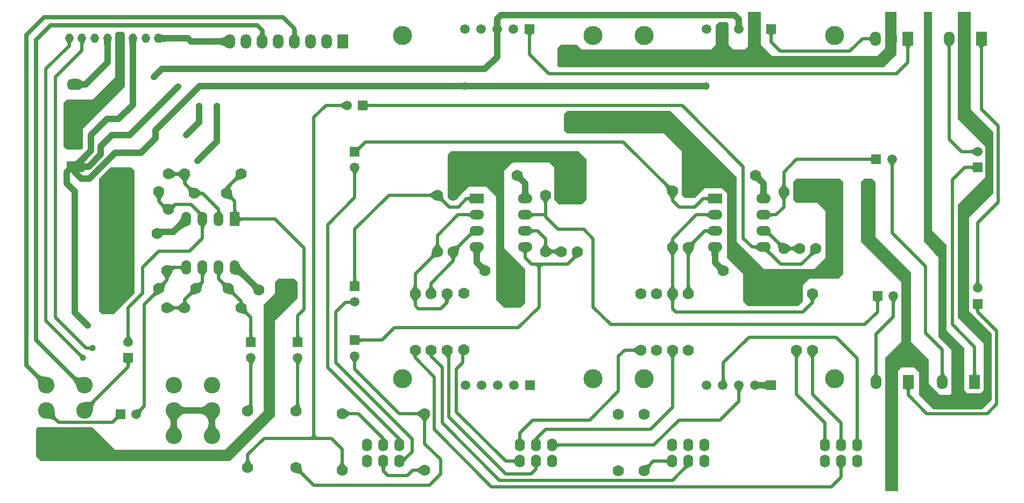
<source format=gbl>
G04 Layer_Physical_Order=2*
G04 Layer_Color=16711680*
%FSLAX44Y44*%
%MOMM*%
G71*
G01*
G75*
%ADD10C,1.0000*%
%ADD11C,0.5000*%
%ADD12O,1.3000X1.5000*%
%ADD13C,1.7780*%
%ADD14C,1.5000*%
%ADD15R,1.5000X1.5000*%
%ADD16R,1.5000X1.5000*%
%ADD17O,2.2860X1.5240*%
%ADD18R,2.2860X1.5240*%
%ADD19C,3.0000*%
%ADD20O,1.6000X2.0320*%
%ADD21C,2.6000*%
%ADD22O,1.5240X2.2860*%
%ADD23R,1.5240X2.2860*%
%ADD24R,2.5400X1.7780*%
%ADD25O,2.5400X1.7780*%
%ADD26R,1.7000X2.3000*%
%ADD27O,1.7000X2.3000*%
%ADD28C,1.0000*%
%ADD29C,1.2000*%
%ADD30C,0.7000*%
%ADD31C,0.3000*%
G36*
X-398792Y198635D02*
X-398710Y197956D01*
X-398573Y197293D01*
X-398380Y196647D01*
X-398133Y196018D01*
X-397830Y195404D01*
X-397472Y194807D01*
X-397060Y194227D01*
X-396592Y193663D01*
X-396070Y193116D01*
X-406570D01*
X-406048Y193663D01*
X-405580Y194227D01*
X-405168Y194807D01*
X-404810Y195404D01*
X-404507Y196018D01*
X-404260Y196647D01*
X-404067Y197293D01*
X-403930Y197956D01*
X-403848Y198635D01*
X-403820Y199331D01*
X-398820D01*
X-398792Y198635D01*
D02*
G37*
G36*
X-205755Y199274D02*
X-205680Y198419D01*
X-205555Y197664D01*
X-205380Y197010D01*
X-205155Y196457D01*
X-204880Y196004D01*
X-204555Y195652D01*
X-204180Y195400D01*
X-203755Y195249D01*
X-203280Y195199D01*
X-213280D01*
X-212805Y195249D01*
X-212380Y195400D01*
X-212005Y195652D01*
X-211680Y196004D01*
X-211405Y196457D01*
X-211180Y197010D01*
X-211005Y197664D01*
X-210880Y198419D01*
X-210805Y199274D01*
X-210780Y200229D01*
X-205780D01*
X-205755Y199274D01*
D02*
G37*
G36*
X-37638Y195007D02*
X-37487Y194582D01*
X-37235Y194207D01*
X-36883Y193882D01*
X-36430Y193607D01*
X-35877Y193382D01*
X-35223Y193207D01*
X-34469Y193082D01*
X-33613Y193007D01*
X-32657Y192982D01*
Y187982D01*
X-33613Y187957D01*
X-34469Y187882D01*
X-35223Y187757D01*
X-35877Y187582D01*
X-36430Y187357D01*
X-36883Y187082D01*
X-37235Y186757D01*
X-37487Y186382D01*
X-37638Y185957D01*
X-37688Y185482D01*
Y195482D01*
X-37638Y195007D01*
D02*
G37*
G36*
X398651Y168777D02*
X397919Y169484D01*
X397183Y170117D01*
X396442Y170676D01*
X395697Y171160D01*
X394948Y171569D01*
X394194Y171904D01*
X393436Y172165D01*
X392673Y172351D01*
X391906Y172463D01*
X391135Y172500D01*
Y177500D01*
X391906Y177537D01*
X392673Y177649D01*
X393436Y177835D01*
X394194Y178096D01*
X394948Y178431D01*
X395697Y178840D01*
X396442Y179324D01*
X397183Y179883D01*
X397919Y180516D01*
X398651Y181223D01*
Y168777D01*
D02*
G37*
G36*
X-460771Y174300D02*
X-460985Y174490D01*
X-461235Y174660D01*
X-461521Y174810D01*
X-461843Y174940D01*
X-462201Y175050D01*
X-462595Y175140D01*
X-463024Y175210D01*
X-463490Y175260D01*
X-464530Y175300D01*
Y180300D01*
X-463992Y180310D01*
X-463024Y180390D01*
X-462595Y180460D01*
X-462201Y180550D01*
X-461843Y180660D01*
X-461521Y180790D01*
X-461235Y180940D01*
X-460985Y181110D01*
X-460771Y181300D01*
Y174300D01*
D02*
G37*
G36*
X-132095Y199274D02*
X-132020Y198419D01*
X-131895Y197664D01*
X-131720Y197010D01*
X-131495Y196457D01*
X-131220Y196004D01*
X-130895Y195652D01*
X-130520Y195400D01*
X-130095Y195249D01*
X-129620Y195199D01*
X-139620D01*
X-139145Y195249D01*
X-138720Y195400D01*
X-138345Y195652D01*
X-138020Y196004D01*
X-137745Y196457D01*
X-137520Y197010D01*
X-137345Y197664D01*
X-137220Y198419D01*
X-137145Y199274D01*
X-137120Y200229D01*
X-132120D01*
X-132095Y199274D01*
D02*
G37*
G36*
X-333279Y246816D02*
X-332543Y246183D01*
X-331802Y245624D01*
X-331057Y245140D01*
X-330308Y244731D01*
X-329554Y244396D01*
X-328796Y244135D01*
X-328033Y243949D01*
X-327266Y243837D01*
X-326495Y243800D01*
Y238800D01*
X-327266Y238763D01*
X-328033Y238651D01*
X-328796Y238465D01*
X-329554Y238204D01*
X-330308Y237869D01*
X-331057Y237460D01*
X-331802Y236976D01*
X-332543Y236417D01*
X-333279Y235784D01*
X-334011Y235077D01*
Y247523D01*
X-333279Y246816D01*
D02*
G37*
G36*
X-318769Y235077D02*
X-319501Y235784D01*
X-320237Y236417D01*
X-320978Y236976D01*
X-321723Y237460D01*
X-322472Y237869D01*
X-323226Y238204D01*
X-323984Y238465D01*
X-324747Y238651D01*
X-325514Y238763D01*
X-326285Y238800D01*
Y243800D01*
X-325514Y243837D01*
X-324747Y243949D01*
X-323984Y244135D01*
X-323226Y244396D01*
X-322472Y244731D01*
X-321723Y245140D01*
X-320978Y245624D01*
X-320237Y246183D01*
X-319501Y246816D01*
X-318769Y247523D01*
Y235077D01*
D02*
G37*
G36*
X939525Y239981D02*
X939100Y239830D01*
X938725Y239580D01*
X938400Y239230D01*
X938125Y238780D01*
X937900Y238230D01*
X937725Y237581D01*
X937600Y236831D01*
X937525Y235980D01*
X937500Y235030D01*
X932500D01*
X932475Y235980D01*
X932400Y236831D01*
X932275Y237581D01*
X932100Y238230D01*
X931875Y238780D01*
X931600Y239230D01*
X931275Y239580D01*
X930900Y239830D01*
X930475Y239981D01*
X930000Y240030D01*
X940000D01*
X939525Y239981D01*
D02*
G37*
G36*
X-214613Y240193D02*
X-214540Y239225D01*
X-214411Y238306D01*
X-214226Y237437D01*
X-213986Y236618D01*
X-213690Y235848D01*
X-213338Y235127D01*
X-212930Y234457D01*
X-212467Y233835D01*
X-211948Y233264D01*
X-215484Y229728D01*
X-216055Y230247D01*
X-216677Y230710D01*
X-217347Y231118D01*
X-218068Y231470D01*
X-218838Y231766D01*
X-219657Y232006D01*
X-220526Y232191D01*
X-221445Y232320D01*
X-222413Y232393D01*
X-223431Y232411D01*
X-214631Y241211D01*
X-214613Y240193D01*
D02*
G37*
G36*
X-393700Y459740D02*
X-391160Y457200D01*
Y429260D01*
Y264160D01*
X-396240Y259080D01*
X-424180Y231140D01*
X-441960D01*
X-444500Y233680D01*
X-447040Y236220D01*
Y269240D01*
Y444500D01*
X-429260Y462280D01*
X-396240D01*
X-393700Y459740D01*
D02*
G37*
G36*
X-129893Y156857D02*
X-130360Y156293D01*
X-130772Y155712D01*
X-131130Y155116D01*
X-131433Y154502D01*
X-131680Y153873D01*
X-131873Y153226D01*
X-132010Y152564D01*
X-132093Y151885D01*
X-132120Y151189D01*
X-137120D01*
X-137148Y151885D01*
X-137230Y152564D01*
X-137367Y153226D01*
X-137560Y153873D01*
X-137808Y154502D01*
X-138110Y155116D01*
X-138468Y155712D01*
X-138880Y156293D01*
X-139347Y156857D01*
X-139870Y157404D01*
X-129370D01*
X-129893Y156857D01*
D02*
G37*
G36*
X-39968Y160038D02*
X-40498Y159501D01*
X-40971Y158946D01*
X-41389Y158374D01*
X-41751Y157784D01*
X-42058Y157176D01*
X-42308Y156550D01*
X-42503Y155906D01*
X-42643Y155244D01*
X-42726Y154565D01*
X-42754Y153867D01*
X-47754Y153957D01*
X-47781Y154651D01*
X-47863Y155330D01*
X-47998Y155994D01*
X-48188Y156642D01*
X-48432Y157276D01*
X-48731Y157894D01*
X-49083Y158497D01*
X-49490Y159085D01*
X-49952Y159658D01*
X-50467Y160216D01*
X-39968Y160038D01*
D02*
G37*
G36*
X-203552Y156857D02*
X-204020Y156293D01*
X-204433Y155712D01*
X-204790Y155116D01*
X-205093Y154502D01*
X-205340Y153873D01*
X-205532Y153226D01*
X-205670Y152564D01*
X-205753Y151885D01*
X-205780Y151189D01*
X-210780D01*
X-210807Y151885D01*
X-210890Y152564D01*
X-211028Y153226D01*
X-211220Y153873D01*
X-211467Y154502D01*
X-211770Y155116D01*
X-212127Y155712D01*
X-212540Y156293D01*
X-213008Y156857D01*
X-213530Y157404D01*
X-203030D01*
X-203552Y156857D01*
D02*
G37*
G36*
X932925Y140444D02*
X933000Y139588D01*
X933125Y138834D01*
X933300Y138180D01*
X933525Y137627D01*
X933800Y137174D01*
X934125Y136822D01*
X934500Y136570D01*
X934925Y136419D01*
X935400Y136369D01*
X925400D01*
X925875Y136419D01*
X926300Y136570D01*
X926675Y136822D01*
X927000Y137174D01*
X927275Y137627D01*
X927500Y138180D01*
X927675Y138834D01*
X927800Y139588D01*
X927875Y140444D01*
X927900Y141399D01*
X932900D01*
X932925Y140444D01*
D02*
G37*
G36*
X-396795Y155240D02*
X-397220Y155091D01*
X-397595Y154840D01*
X-397920Y154490D01*
X-398195Y154040D01*
X-398420Y153490D01*
X-398595Y152840D01*
X-398720Y152091D01*
X-398795Y151241D01*
X-398820Y150290D01*
X-403820D01*
X-403845Y151241D01*
X-403920Y152091D01*
X-404045Y152840D01*
X-404220Y153490D01*
X-404445Y154040D01*
X-404720Y154490D01*
X-405045Y154840D01*
X-405420Y155091D01*
X-405845Y155240D01*
X-406320Y155290D01*
X-396320D01*
X-396795Y155240D01*
D02*
G37*
G36*
X107233Y169688D02*
X105993Y166959D01*
X105689Y166109D01*
X105248Y164501D01*
X105110Y163742D01*
X105028Y163014D01*
X105000Y162315D01*
X100000Y160776D01*
X99958Y161586D01*
X99832Y162358D01*
X99623Y163092D01*
X99330Y163787D01*
X98953Y164445D01*
X98493Y165064D01*
X97949Y165644D01*
X97321Y166187D01*
X96609Y166691D01*
X95814Y167157D01*
X107757Y170657D01*
X107233Y169688D01*
D02*
G37*
G36*
X53886Y166959D02*
X53595Y166689D01*
X53339Y166364D01*
X53116Y165982D01*
X52928Y165543D01*
X52774Y165047D01*
X52654Y164495D01*
X52568Y163887D01*
X52517Y163222D01*
X52500Y162500D01*
X47500D01*
X47483Y163222D01*
X47432Y163887D01*
X47346Y164495D01*
X47226Y165047D01*
X47072Y165543D01*
X46884Y165982D01*
X46661Y166364D01*
X46405Y166689D01*
X46114Y166959D01*
X45788Y167171D01*
X54212D01*
X53886Y166959D01*
D02*
G37*
G36*
X-475468Y169138D02*
X-474727Y168510D01*
X-474374Y168256D01*
X-474031Y168041D01*
X-473701Y167865D01*
X-473381Y167729D01*
X-473073Y167633D01*
X-472776Y167577D01*
X-472490Y167560D01*
X-477440Y162610D01*
X-477457Y162896D01*
X-477513Y163193D01*
X-477609Y163501D01*
X-477745Y163821D01*
X-477921Y164151D01*
X-478135Y164494D01*
X-478390Y164847D01*
X-478684Y165212D01*
X-479391Y165975D01*
X-475855Y169511D01*
X-475468Y169138D01*
D02*
G37*
G36*
X680516Y167919D02*
X679883Y167183D01*
X679324Y166442D01*
X678840Y165697D01*
X678431Y164947D01*
X678096Y164194D01*
X677835Y163435D01*
X677649Y162673D01*
X677537Y161906D01*
X677500Y161135D01*
X672500D01*
X672463Y161906D01*
X672351Y162673D01*
X672165Y163435D01*
X671904Y164194D01*
X671569Y164947D01*
X671160Y165697D01*
X670676Y166442D01*
X670117Y167183D01*
X669484Y167919D01*
X668777Y168651D01*
X681223D01*
X680516Y167919D01*
D02*
G37*
G36*
X460516D02*
X459883Y167183D01*
X459324Y166442D01*
X458840Y165697D01*
X458431Y164947D01*
X458096Y164194D01*
X457835Y163435D01*
X457649Y162673D01*
X457537Y161906D01*
X457500Y161135D01*
X452500D01*
X452463Y161906D01*
X452351Y162673D01*
X452165Y163435D01*
X451904Y164194D01*
X451569Y164947D01*
X451160Y165697D01*
X450676Y166442D01*
X450117Y167183D01*
X449484Y167919D01*
X448777Y168651D01*
X461223D01*
X460516Y167919D01*
D02*
G37*
G36*
X655516D02*
X654883Y167183D01*
X654324Y166442D01*
X653840Y165697D01*
X653431Y164947D01*
X653096Y164194D01*
X652835Y163435D01*
X652649Y162673D01*
X652537Y161906D01*
X652500Y161135D01*
X647500D01*
X647463Y161906D01*
X647351Y162673D01*
X647165Y163435D01*
X646904Y164194D01*
X646569Y164947D01*
X646160Y165697D01*
X645676Y166442D01*
X645117Y167183D01*
X644484Y167919D01*
X643777Y168651D01*
X656223D01*
X655516Y167919D01*
D02*
G37*
G36*
X485140Y518160D02*
X556260Y447040D01*
Y381000D01*
Y345440D01*
X579120Y322580D01*
X599440Y302260D01*
X678180D01*
X690880Y314960D01*
X695960Y320040D01*
Y345440D01*
Y393700D01*
X688340Y401320D01*
X683260Y406400D01*
X650240D01*
X645160Y411480D01*
Y431800D01*
Y439420D01*
X650240Y444500D01*
X718820D01*
X723900Y439420D01*
Y424180D01*
Y294640D01*
X716280Y287020D01*
X670560D01*
X665480Y281940D01*
X660400Y276860D01*
Y256540D01*
Y251460D01*
X652780Y243840D01*
X574040D01*
X566420Y251460D01*
Y254000D01*
Y276860D01*
Y292100D01*
Y294640D01*
X553720Y307340D01*
X541020Y320040D01*
Y353060D01*
Y421640D01*
X533400Y429260D01*
X505460D01*
X497840Y421640D01*
X490220Y414020D01*
X474980D01*
X469900Y419100D01*
Y452120D01*
Y487680D01*
X447040Y510540D01*
X441960Y515620D01*
X381000D01*
X289560Y515620D01*
X284480Y520700D01*
X284480Y541020D01*
Y546100D01*
X287020Y548640D01*
X289560Y551180D01*
X452120D01*
X485140Y518160D01*
D02*
G37*
G36*
X482537Y276994D02*
X482649Y276227D01*
X482835Y275464D01*
X483096Y274706D01*
X483431Y273953D01*
X483840Y273203D01*
X484324Y272458D01*
X484883Y271717D01*
X485516Y270981D01*
X486223Y270249D01*
X473777D01*
X474484Y270981D01*
X475117Y271717D01*
X475676Y272458D01*
X476160Y273203D01*
X476569Y273953D01*
X476904Y274706D01*
X477165Y275464D01*
X477351Y276227D01*
X477463Y276994D01*
X477500Y277765D01*
X482500D01*
X482537Y276994D01*
D02*
G37*
G36*
X-341488Y279816D02*
X-342007Y279245D01*
X-342470Y278624D01*
X-342878Y277953D01*
X-343230Y277232D01*
X-343526Y276462D01*
X-343766Y275643D01*
X-343951Y274774D01*
X-344080Y273855D01*
X-344153Y272887D01*
X-344170Y271869D01*
X-352971Y280669D01*
X-351953Y280687D01*
X-350985Y280760D01*
X-350066Y280889D01*
X-349197Y281074D01*
X-348378Y281314D01*
X-347608Y281610D01*
X-346887Y281962D01*
X-346217Y282370D01*
X-345595Y282833D01*
X-345024Y283352D01*
X-341488Y279816D01*
D02*
G37*
G36*
X457537Y276994D02*
X457649Y276227D01*
X457835Y275464D01*
X458096Y274706D01*
X458431Y273953D01*
X458840Y273203D01*
X459324Y272458D01*
X459883Y271717D01*
X460516Y270981D01*
X461223Y270249D01*
X448777D01*
X449484Y270981D01*
X450117Y271717D01*
X450676Y272458D01*
X451160Y273203D01*
X451569Y273953D01*
X451904Y274706D01*
X452165Y275464D01*
X452351Y276227D01*
X452463Y276994D01*
X452500Y277765D01*
X457500D01*
X457537Y276994D01*
D02*
G37*
G36*
X52537D02*
X52649Y276227D01*
X52835Y275464D01*
X53096Y274706D01*
X53431Y273953D01*
X53840Y273203D01*
X54324Y272458D01*
X54883Y271717D01*
X55516Y270981D01*
X56223Y270249D01*
X43777D01*
X44484Y270981D01*
X45117Y271717D01*
X45676Y272458D01*
X46160Y273203D01*
X46569Y273953D01*
X46904Y274706D01*
X47165Y275464D01*
X47351Y276227D01*
X47463Y276994D01*
X47500Y277765D01*
X52500D01*
X52537Y276994D01*
D02*
G37*
G36*
X77537D02*
X77649Y276227D01*
X77835Y275464D01*
X78096Y274706D01*
X78431Y273953D01*
X78840Y273203D01*
X79324Y272458D01*
X79883Y271717D01*
X80516Y270981D01*
X81223Y270249D01*
X68777D01*
X69484Y270981D01*
X70117Y271717D01*
X70676Y272458D01*
X71160Y273203D01*
X71569Y273953D01*
X71904Y274706D01*
X72165Y275464D01*
X72351Y276227D01*
X72463Y276994D01*
X72500Y277765D01*
X77500D01*
X77537Y276994D01*
D02*
G37*
G36*
X-283068Y279816D02*
X-283587Y279245D01*
X-284050Y278624D01*
X-284458Y277953D01*
X-284810Y277232D01*
X-285106Y276462D01*
X-285346Y275643D01*
X-285531Y274774D01*
X-285660Y273855D01*
X-285733Y272887D01*
X-285751Y271869D01*
X-294551Y280669D01*
X-293533Y280687D01*
X-292565Y280760D01*
X-291646Y280889D01*
X-290777Y281074D01*
X-289958Y281314D01*
X-289188Y281610D01*
X-288467Y281962D01*
X-287796Y282370D01*
X-287175Y282833D01*
X-286604Y283352D01*
X-283068Y279816D01*
D02*
G37*
G36*
X-334844Y292639D02*
X-335477Y291903D01*
X-336036Y291162D01*
X-336520Y290417D01*
X-336929Y289667D01*
X-337264Y288914D01*
X-337525Y288155D01*
X-337711Y287393D01*
X-337823Y286626D01*
X-337860Y285855D01*
X-342860D01*
X-342897Y286626D01*
X-343009Y287393D01*
X-343195Y288155D01*
X-343456Y288914D01*
X-343791Y289667D01*
X-344200Y290417D01*
X-344684Y291162D01*
X-345243Y291903D01*
X-345876Y292639D01*
X-346583Y293371D01*
X-334137D01*
X-334844Y292639D01*
D02*
G37*
G36*
X-226231Y310335D02*
X-225748Y309144D01*
X-225184Y307955D01*
X-224540Y306770D01*
X-223010Y304407D01*
X-222124Y303229D01*
X-220110Y300883D01*
X-218983Y299714D01*
X-221612Y288201D01*
X-222774Y289294D01*
X-223945Y290258D01*
X-225127Y291094D01*
X-226318Y291803D01*
X-227520Y292383D01*
X-228732Y292835D01*
X-229954Y293159D01*
X-231186Y293355D01*
X-232428Y293424D01*
X-233680Y293364D01*
X-226634Y311528D01*
X-226231Y310335D01*
D02*
G37*
G36*
X-42348Y286996D02*
X-42273Y286140D01*
X-42148Y285386D01*
X-41973Y284732D01*
X-41748Y284179D01*
X-41473Y283726D01*
X-41148Y283374D01*
X-40773Y283122D01*
X-40348Y282971D01*
X-39873Y282921D01*
X-49873D01*
X-49398Y282971D01*
X-48973Y283122D01*
X-48598Y283374D01*
X-48273Y283726D01*
X-47998Y284179D01*
X-47773Y284732D01*
X-47598Y285386D01*
X-47473Y286140D01*
X-47398Y286996D01*
X-47373Y287952D01*
X-42373D01*
X-42348Y286996D01*
D02*
G37*
G36*
X-251305Y282833D02*
X-250683Y282370D01*
X-250013Y281962D01*
X-249292Y281610D01*
X-248522Y281314D01*
X-247703Y281074D01*
X-246834Y280889D01*
X-245915Y280760D01*
X-244947Y280687D01*
X-243929Y280669D01*
X-252729Y271869D01*
X-252747Y272887D01*
X-252820Y273855D01*
X-252949Y274774D01*
X-253134Y275643D01*
X-253374Y276462D01*
X-253670Y277232D01*
X-254022Y277953D01*
X-254430Y278624D01*
X-254893Y279245D01*
X-255412Y279816D01*
X-251876Y283352D01*
X-251305Y282833D01*
D02*
G37*
G36*
X937527Y283375D02*
X937610Y282696D01*
X937747Y282034D01*
X937940Y281387D01*
X938187Y280758D01*
X938490Y280144D01*
X938848Y279548D01*
X939260Y278967D01*
X939727Y278403D01*
X940250Y277856D01*
X929750D01*
X930273Y278403D01*
X930740Y278967D01*
X931152Y279548D01*
X931510Y280144D01*
X931813Y280758D01*
X932060Y281387D01*
X932253Y282034D01*
X932390Y282696D01*
X932473Y283375D01*
X932500Y284071D01*
X937500D01*
X937527Y283375D01*
D02*
G37*
G36*
X55516Y256819D02*
X54883Y256083D01*
X54324Y255342D01*
X53840Y254597D01*
X53431Y253848D01*
X53096Y253094D01*
X52835Y252335D01*
X52649Y251573D01*
X52537Y250806D01*
X52500Y250035D01*
X47500D01*
X47463Y250806D01*
X47351Y251573D01*
X47165Y252335D01*
X46904Y253094D01*
X46569Y253848D01*
X46160Y254597D01*
X45676Y255342D01*
X45117Y256083D01*
X44484Y256819D01*
X43777Y257551D01*
X56223D01*
X55516Y256819D01*
D02*
G37*
G36*
X105210Y256605D02*
X104641Y255981D01*
X104139Y255331D01*
X103704Y254654D01*
X103336Y253951D01*
X103035Y253221D01*
X102801Y252464D01*
X102634Y251681D01*
X102534Y250871D01*
X102500Y250035D01*
X97500D01*
X97467Y250871D01*
X97366Y251681D01*
X97199Y252464D01*
X96965Y253221D01*
X96664Y253951D01*
X96296Y254654D01*
X95861Y255331D01*
X95359Y255981D01*
X94791Y256605D01*
X94155Y257202D01*
X105845D01*
X105210Y256605D01*
D02*
G37*
G36*
X-309900Y253252D02*
X-309842Y252559D01*
X-309745Y251921D01*
X-309609Y251338D01*
X-309434Y250811D01*
X-309220Y250338D01*
X-308967Y249921D01*
X-308675Y249558D01*
X-308344Y249251D01*
X-307975Y248999D01*
X-316865D01*
X-316495Y249251D01*
X-316165Y249558D01*
X-315873Y249921D01*
X-315620Y250338D01*
X-315406Y250811D01*
X-315231Y251338D01*
X-315095Y251921D01*
X-314998Y252559D01*
X-314939Y253252D01*
X-314920Y254000D01*
X-309920D01*
X-309900Y253252D01*
D02*
G37*
G36*
X782025Y252481D02*
X781600Y252330D01*
X781225Y252080D01*
X780900Y251730D01*
X780625Y251280D01*
X780400Y250730D01*
X780225Y250081D01*
X780100Y249331D01*
X780025Y248480D01*
X780000Y247530D01*
X775000D01*
X774975Y248480D01*
X774900Y249331D01*
X774775Y250081D01*
X774600Y250730D01*
X774375Y251280D01*
X774100Y251730D01*
X773775Y252080D01*
X773400Y252330D01*
X772975Y252481D01*
X772500Y252530D01*
X782500D01*
X782025Y252481D01*
D02*
G37*
G36*
X807227Y254097D02*
X806760Y253533D01*
X806348Y252952D01*
X805990Y252356D01*
X805687Y251742D01*
X805440Y251113D01*
X805247Y250466D01*
X805110Y249804D01*
X805027Y249125D01*
X805000Y248429D01*
X800000D01*
X799973Y249125D01*
X799890Y249804D01*
X799753Y250466D01*
X799560Y251113D01*
X799313Y251742D01*
X799010Y252356D01*
X798652Y252952D01*
X798240Y253533D01*
X797773Y254097D01*
X797250Y254644D01*
X807750D01*
X807227Y254097D01*
D02*
G37*
G36*
X460516Y256819D02*
X459883Y256083D01*
X459324Y255342D01*
X458840Y254597D01*
X458431Y253848D01*
X458096Y253094D01*
X457835Y252335D01*
X457649Y251573D01*
X457537Y250806D01*
X457500Y250035D01*
X452500D01*
X452463Y250806D01*
X452351Y251573D01*
X452165Y252335D01*
X451904Y253094D01*
X451569Y253848D01*
X451160Y254597D01*
X450676Y255342D01*
X450117Y256083D01*
X449484Y256819D01*
X448777Y257551D01*
X461223D01*
X460516Y256819D01*
D02*
G37*
G36*
X-234933Y270673D02*
X-234860Y269705D01*
X-234731Y268786D01*
X-234546Y267917D01*
X-234306Y267098D01*
X-234010Y266328D01*
X-233658Y265607D01*
X-233250Y264937D01*
X-232787Y264315D01*
X-232268Y263744D01*
X-235804Y260208D01*
X-236375Y260727D01*
X-236996Y261190D01*
X-237667Y261598D01*
X-238388Y261950D01*
X-239158Y262246D01*
X-239977Y262486D01*
X-240846Y262671D01*
X-241765Y262800D01*
X-242733Y262873D01*
X-243751Y262890D01*
X-234951Y271691D01*
X-234933Y270673D01*
D02*
G37*
G36*
X-200307Y281055D02*
X-198415Y279423D01*
X-197861Y279025D01*
X-197346Y278700D01*
X-196869Y278448D01*
X-196431Y278269D01*
X-196031Y278163D01*
X-195669Y278130D01*
X-204470Y269329D01*
X-204503Y269691D01*
X-204609Y270091D01*
X-204788Y270529D01*
X-205040Y271006D01*
X-205365Y271521D01*
X-205763Y272075D01*
X-206778Y273298D01*
X-208085Y274674D01*
X-201014Y281745D01*
X-200307Y281055D01*
D02*
G37*
G36*
X-294729Y262890D02*
X-295747Y262873D01*
X-296715Y262800D01*
X-297634Y262671D01*
X-298503Y262486D01*
X-299322Y262246D01*
X-300092Y261950D01*
X-300813Y261598D01*
X-301483Y261190D01*
X-302105Y260727D01*
X-302676Y260208D01*
X-306212Y263744D01*
X-305693Y264315D01*
X-305230Y264937D01*
X-304822Y265607D01*
X-304470Y266328D01*
X-304174Y267098D01*
X-303934Y267917D01*
X-303749Y268786D01*
X-303620Y269705D01*
X-303547Y270673D01*
X-303529Y271691D01*
X-294729Y262890D01*
D02*
G37*
G36*
X680210Y256605D02*
X679641Y255981D01*
X679139Y255331D01*
X678704Y254654D01*
X678336Y253951D01*
X678035Y253221D01*
X677801Y252464D01*
X677634Y251681D01*
X677533Y250871D01*
X677500Y250035D01*
X672500D01*
X672467Y250871D01*
X672366Y251681D01*
X672199Y252464D01*
X671965Y253221D01*
X671664Y253951D01*
X671296Y254654D01*
X670861Y255331D01*
X670359Y255981D01*
X669791Y256605D01*
X669155Y257202D01*
X680845D01*
X680210Y256605D01*
D02*
G37*
G36*
X-351351Y263056D02*
X-352406Y262829D01*
X-354342Y262287D01*
X-355224Y261972D01*
X-356047Y261628D01*
X-356813Y261254D01*
X-357521Y260851D01*
X-358171Y260419D01*
X-358763Y259958D01*
X-359297Y259467D01*
X-363596Y262240D01*
X-363059Y262835D01*
X-362600Y263468D01*
X-362219Y264139D01*
X-361917Y264848D01*
X-361693Y265595D01*
X-361547Y266380D01*
X-361480Y267202D01*
X-361491Y268063D01*
X-361581Y268961D01*
X-361748Y269897D01*
X-351351Y263056D01*
D02*
G37*
G36*
X246880Y38344D02*
X246020Y37449D01*
X244777Y35923D01*
X244395Y35293D01*
X244171Y34751D01*
X244107Y34297D01*
X244202Y33932D01*
X244455Y33654D01*
X244868Y33466D01*
X245441Y33365D01*
X235551Y34218D01*
X235669Y34312D01*
X235911Y34531D01*
X242285Y40820D01*
X246880Y38344D01*
D02*
G37*
G36*
X-106670Y42650D02*
X-106520Y41800D01*
X-106270Y41050D01*
X-105920Y40400D01*
X-105470Y39850D01*
X-104920Y39400D01*
X-104270Y39050D01*
X-103520Y38800D01*
X-102670Y38650D01*
X-101720Y38600D01*
X-109220Y33600D01*
X-116720Y38600D01*
X-115770Y38650D01*
X-114920Y38800D01*
X-114170Y39050D01*
X-113520Y39400D01*
X-112970Y39850D01*
X-112520Y40400D01*
X-112170Y41050D01*
X-111920Y41800D01*
X-111770Y42650D01*
X-111720Y43600D01*
X-106720D01*
X-106670Y42650D01*
D02*
G37*
G36*
X29849Y34218D02*
X19747Y33186D01*
X20309Y33295D01*
X20713Y33492D01*
X20959Y33775D01*
X21047Y34146D01*
X20977Y34605D01*
X20749Y35150D01*
X20364Y35783D01*
X19820Y36503D01*
X19119Y37310D01*
X18259Y38205D01*
X22751Y40785D01*
X29849Y34218D01*
D02*
G37*
G36*
X-134620Y281940D02*
Y276860D01*
Y256540D01*
X-149860Y241300D01*
X-170180Y220980D01*
Y124460D01*
Y71120D01*
X-190500Y50800D01*
X-241300Y0D01*
X-538480D01*
X-546100Y7620D01*
Y10160D01*
Y50800D01*
X-543560Y53340D01*
X-457200D01*
X-452120Y48260D01*
X-421640Y17780D01*
X-248920D01*
X-208280Y58420D01*
X-187960Y78740D01*
Y177800D01*
Y246380D01*
X-180340Y254000D01*
X-170180Y264160D01*
Y266700D01*
Y281940D01*
X-167640Y284480D01*
X-165100Y287020D01*
X-139700D01*
X-134620Y281940D01*
D02*
G37*
G36*
X272893Y29918D02*
X273059Y29494D01*
X273336Y29121D01*
X273723Y28797D01*
X274222Y28523D01*
X274831Y28299D01*
X275551Y28124D01*
X276381Y28000D01*
X277323Y27925D01*
X278375Y27900D01*
Y22900D01*
X277323Y22875D01*
X276381Y22800D01*
X275551Y22676D01*
X274831Y22501D01*
X274222Y22277D01*
X273723Y22003D01*
X273336Y21679D01*
X273059Y21306D01*
X272893Y20882D01*
X272838Y20409D01*
Y30391D01*
X272893Y29918D01*
D02*
G37*
G36*
X4449Y34218D02*
X-5133Y33618D01*
X-4547Y33704D01*
X-4122Y33881D01*
X-3857Y34147D01*
X-3753Y34503D01*
X-3809Y34949D01*
X-4026Y35484D01*
X-4404Y36110D01*
X-4942Y36825D01*
X-5641Y37630D01*
X-6500Y38524D01*
X-1775Y40871D01*
X4449Y34218D01*
D02*
G37*
G36*
X747925Y38916D02*
X748123Y36872D01*
X748297Y36042D01*
X748520Y35340D01*
X748793Y34765D01*
X749116Y34318D01*
X749488Y33998D01*
X749909Y33807D01*
X750381Y33743D01*
X740419D01*
X740891Y33807D01*
X741312Y33998D01*
X741684Y34318D01*
X742007Y34765D01*
X742280Y35340D01*
X742503Y36042D01*
X742677Y36872D01*
X742801Y37830D01*
X742875Y38916D01*
X742900Y40130D01*
X747900D01*
X747925Y38916D01*
D02*
G37*
G36*
X-324959Y58525D02*
X-324836Y57300D01*
X-324631Y56125D01*
X-324344Y54999D01*
X-323975Y53922D01*
X-323524Y52895D01*
X-322991Y51918D01*
X-322376Y50991D01*
X-321679Y50112D01*
X-320900Y49284D01*
X-339100D01*
X-338321Y50112D01*
X-337624Y50991D01*
X-337009Y51918D01*
X-336476Y52895D01*
X-336025Y53922D01*
X-335656Y54999D01*
X-335369Y56125D01*
X-335164Y57300D01*
X-335041Y58525D01*
X-335000Y59800D01*
X-325000D01*
X-324959Y58525D01*
D02*
G37*
G36*
X722525Y38916D02*
X722723Y36872D01*
X722897Y36042D01*
X723120Y35340D01*
X723393Y34765D01*
X723716Y34318D01*
X724088Y33998D01*
X724509Y33807D01*
X724981Y33743D01*
X715019D01*
X715491Y33807D01*
X715912Y33998D01*
X716284Y34318D01*
X716607Y34765D01*
X716880Y35340D01*
X717103Y36042D01*
X717277Y36872D01*
X717401Y37830D01*
X717475Y38916D01*
X717500Y40130D01*
X722500D01*
X722525Y38916D01*
D02*
G37*
G36*
X217125D02*
X217323Y36872D01*
X217497Y36042D01*
X217720Y35340D01*
X217993Y34765D01*
X218316Y34318D01*
X218688Y33998D01*
X219109Y33807D01*
X219581Y33743D01*
X209619D01*
X210091Y33807D01*
X210512Y33998D01*
X210884Y34318D01*
X211207Y34765D01*
X211480Y35340D01*
X211703Y36042D01*
X211877Y36872D01*
X212001Y37830D01*
X212075Y38916D01*
X212100Y40130D01*
X217100D01*
X217125Y38916D01*
D02*
G37*
G36*
X697125D02*
X697323Y36872D01*
X697497Y36042D01*
X697720Y35340D01*
X697993Y34765D01*
X698316Y34318D01*
X698688Y33998D01*
X699109Y33807D01*
X699581Y33743D01*
X689619D01*
X690091Y33807D01*
X690512Y33998D01*
X690884Y34318D01*
X691207Y34765D01*
X691480Y35340D01*
X691703Y36042D01*
X691877Y36872D01*
X692001Y37830D01*
X692075Y38916D01*
X692100Y40130D01*
X697100D01*
X697125Y38916D01*
D02*
G37*
G36*
X4509Y-8407D02*
X4088Y-8598D01*
X3715Y-8918D01*
X3393Y-9365D01*
X3120Y-9940D01*
X2897Y-10642D01*
X2723Y-11472D01*
X2599Y-12430D01*
X2525Y-13516D01*
X2500Y-14730D01*
X-2500D01*
X-2525Y-13516D01*
X-2723Y-11472D01*
X-2897Y-10642D01*
X-3120Y-9940D01*
X-3393Y-9365D01*
X-3715Y-8918D01*
X-4088Y-8598D01*
X-4509Y-8407D01*
X-4981Y-8343D01*
X4981D01*
X4509Y-8407D01*
D02*
G37*
G36*
X724509D02*
X724088Y-8598D01*
X723716Y-8918D01*
X723393Y-9365D01*
X723120Y-9940D01*
X722897Y-10642D01*
X722723Y-11472D01*
X722599Y-12430D01*
X722525Y-13516D01*
X722500Y-14730D01*
X717500D01*
X717475Y-13516D01*
X717277Y-11472D01*
X717103Y-10642D01*
X716880Y-9940D01*
X716607Y-9365D01*
X716284Y-8918D01*
X715912Y-8598D01*
X715491Y-8407D01*
X715019Y-8343D01*
X724981D01*
X724509Y-8407D01*
D02*
G37*
G36*
X421572Y-6964D02*
X421053Y-7535D01*
X420590Y-8156D01*
X420182Y-8827D01*
X419830Y-9548D01*
X419534Y-10318D01*
X419294Y-11137D01*
X419109Y-12006D01*
X418980Y-12925D01*
X418907Y-13893D01*
X418890Y-14911D01*
X410089Y-6111D01*
X411107Y-6093D01*
X412075Y-6020D01*
X412994Y-5891D01*
X413863Y-5706D01*
X414682Y-5466D01*
X415452Y-5170D01*
X416173Y-4818D01*
X416843Y-4410D01*
X417465Y-3947D01*
X418036Y-3428D01*
X421572Y-6964D01*
D02*
G37*
G36*
X-128253Y-11267D02*
X-128180Y-12235D01*
X-128051Y-13154D01*
X-127866Y-14023D01*
X-127626Y-14842D01*
X-127330Y-15612D01*
X-126978Y-16333D01*
X-126570Y-17004D01*
X-126107Y-17625D01*
X-125588Y-18196D01*
X-129124Y-21732D01*
X-129695Y-21213D01*
X-130316Y-20750D01*
X-130987Y-20342D01*
X-131708Y-19990D01*
X-132478Y-19694D01*
X-133297Y-19454D01*
X-134166Y-19269D01*
X-135085Y-19140D01*
X-136053Y-19067D01*
X-137071Y-19050D01*
X-128271Y-10249D01*
X-128253Y-11267D01*
D02*
G37*
G36*
X58651Y-20123D02*
X57919Y-19416D01*
X57183Y-18783D01*
X56442Y-18224D01*
X55697Y-17740D01*
X54948Y-17331D01*
X54194Y-16996D01*
X53436Y-16735D01*
X52673Y-16549D01*
X51906Y-16437D01*
X51135Y-16400D01*
Y-11400D01*
X51906Y-11363D01*
X52673Y-11251D01*
X53436Y-11065D01*
X54194Y-10804D01*
X54948Y-10469D01*
X55697Y-10060D01*
X56442Y-9576D01*
X57183Y-9017D01*
X57919Y-8384D01*
X58651Y-7677D01*
Y-20123D01*
D02*
G37*
G36*
X481562Y-10014D02*
X480889Y-10109D01*
X480219Y-10262D01*
X479553Y-10473D01*
X478890Y-10741D01*
X478230Y-11066D01*
X477573Y-11449D01*
X476919Y-11890D01*
X476269Y-12388D01*
X475622Y-12944D01*
X474978Y-13557D01*
X470488Y-10976D01*
X471316Y-10114D01*
X472564Y-8584D01*
X472985Y-7916D01*
X473270Y-7314D01*
X473420Y-6776D01*
X473434Y-6304D01*
X473313Y-5897D01*
X473056Y-5555D01*
X472664Y-5277D01*
X481562Y-10014D01*
D02*
G37*
G36*
X-210823Y2934D02*
X-210711Y2167D01*
X-210525Y1405D01*
X-210264Y646D01*
X-209929Y-108D01*
X-209520Y-857D01*
X-209036Y-1602D01*
X-208477Y-2343D01*
X-207844Y-3079D01*
X-207137Y-3811D01*
X-219583D01*
X-218876Y-3079D01*
X-218243Y-2343D01*
X-217684Y-1602D01*
X-217200Y-857D01*
X-216791Y-108D01*
X-216456Y646D01*
X-216195Y1405D01*
X-216009Y2167D01*
X-215897Y2934D01*
X-215860Y3705D01*
X-210860D01*
X-210823Y2934D01*
D02*
G37*
G36*
X36944Y3408D02*
X36126Y2555D01*
X34785Y935D01*
X34262Y167D01*
X33837Y-573D01*
X33510Y-1285D01*
X33281Y-1968D01*
X33151Y-2623D01*
X33118Y-3250D01*
X33184Y-3849D01*
X30872Y7939D01*
X31027Y7423D01*
X31261Y7056D01*
X31572Y6838D01*
X31962Y6769D01*
X32431Y6849D01*
X32977Y7078D01*
X33602Y7456D01*
X34306Y7983D01*
X35087Y8658D01*
X35948Y9483D01*
X36944Y3408D01*
D02*
G37*
G36*
X447163Y-4991D02*
X447107Y-4518D01*
X446941Y-4094D01*
X446664Y-3721D01*
X446277Y-3397D01*
X445778Y-3123D01*
X445169Y-2899D01*
X444449Y-2724D01*
X443619Y-2600D01*
X442677Y-2525D01*
X441625Y-2500D01*
Y2500D01*
X442677Y2525D01*
X443619Y2600D01*
X444449Y2724D01*
X445169Y2899D01*
X445778Y3123D01*
X446277Y3397D01*
X446664Y3721D01*
X446941Y4094D01*
X447107Y4518D01*
X447163Y4991D01*
Y-4991D01*
D02*
G37*
G36*
X-62463Y-806D02*
X-62351Y-1573D01*
X-62165Y-2335D01*
X-61904Y-3094D01*
X-61569Y-3848D01*
X-61160Y-4597D01*
X-60676Y-5342D01*
X-60117Y-6083D01*
X-59484Y-6819D01*
X-58777Y-7551D01*
X-71223D01*
X-70516Y-6819D01*
X-69883Y-6083D01*
X-69324Y-5342D01*
X-68840Y-4597D01*
X-68431Y-3848D01*
X-68096Y-3094D01*
X-67835Y-2335D01*
X-67649Y-1573D01*
X-67537Y-806D01*
X-67500Y-35D01*
X-62500D01*
X-62463Y-806D01*
D02*
G37*
G36*
X207163Y-4991D02*
X207107Y-4518D01*
X206941Y-4094D01*
X206664Y-3721D01*
X206277Y-3397D01*
X205778Y-3123D01*
X205169Y-2899D01*
X204449Y-2724D01*
X203619Y-2600D01*
X202677Y-2525D01*
X201625Y-2500D01*
Y2500D01*
X202677Y2525D01*
X203619Y2600D01*
X204449Y2724D01*
X205169Y2899D01*
X205778Y3123D01*
X206277Y3397D01*
X206664Y3721D01*
X206941Y4094D01*
X207107Y4518D01*
X207163Y4991D01*
Y-4991D01*
D02*
G37*
G36*
X-264959Y58525D02*
X-264836Y57300D01*
X-264631Y56125D01*
X-264344Y54999D01*
X-263975Y53922D01*
X-263524Y52895D01*
X-262991Y51918D01*
X-262376Y50991D01*
X-261679Y50112D01*
X-260900Y49284D01*
X-279100D01*
X-278321Y50112D01*
X-277624Y50991D01*
X-277009Y51918D01*
X-276476Y52895D01*
X-276025Y53922D01*
X-275656Y54999D01*
X-275369Y56125D01*
X-275164Y57300D01*
X-275041Y58525D01*
X-275000Y59800D01*
X-265000D01*
X-264959Y58525D01*
D02*
G37*
G36*
X564388Y113655D02*
X563920Y113091D01*
X563507Y112510D01*
X563150Y111914D01*
X562848Y111300D01*
X562600Y110671D01*
X562407Y110024D01*
X562270Y109362D01*
X562188Y108683D01*
X562160Y107987D01*
X557160D01*
X557132Y108683D01*
X557050Y109362D01*
X556912Y110024D01*
X556720Y110671D01*
X556473Y111300D01*
X556170Y111914D01*
X555812Y112510D01*
X555400Y113091D01*
X554933Y113655D01*
X554410Y114202D01*
X564910D01*
X564388Y113655D01*
D02*
G37*
G36*
X830325Y113551D02*
X829900Y113400D01*
X829525Y113151D01*
X829200Y112801D01*
X828925Y112351D01*
X828700Y111800D01*
X828525Y111151D01*
X828400Y110400D01*
X828325Y109551D01*
X828300Y108601D01*
X823300D01*
X823275Y109551D01*
X823200Y110400D01*
X823075Y111151D01*
X822900Y111800D01*
X822675Y112351D01*
X822400Y112801D01*
X822075Y113151D01*
X821700Y113400D01*
X821275Y113551D01*
X820800Y113601D01*
X830800D01*
X830325Y113551D01*
D02*
G37*
G36*
X924560Y553720D02*
X952500Y525780D01*
X960120Y518160D01*
Y457200D01*
Y421640D01*
X939800Y401320D01*
X922020Y383540D01*
Y347980D01*
Y236220D01*
X932180Y226060D01*
X957580Y200660D01*
Y121920D01*
Y96520D01*
X947420Y86360D01*
X942340Y81280D01*
X866140D01*
X845820Y101600D01*
X843280Y104140D01*
Y132080D01*
Y139700D01*
X835660Y147320D01*
X815340D01*
X810260Y142240D01*
Y129540D01*
X810260Y-46900D01*
X790838D01*
X789940Y-46002D01*
X789940Y149860D01*
Y162560D01*
X797560Y170180D01*
X815340Y187960D01*
Y248920D01*
Y281940D01*
X795020Y302260D01*
X751840Y345440D01*
Y439420D01*
X756920Y444500D01*
X769620D01*
X774700Y439420D01*
Y353060D01*
X800100Y327660D01*
X830580Y297180D01*
Y220980D01*
Y187960D01*
X848360Y170180D01*
X853440Y165100D01*
X858520Y160020D01*
Y137160D01*
Y121920D01*
X868680Y111760D01*
X876300Y104140D01*
X891540D01*
X894080Y106680D01*
Y127000D01*
Y175260D01*
X881380Y187960D01*
X873760Y195580D01*
Y271780D01*
Y320040D01*
X850900Y345440D01*
Y368300D01*
Y706900D01*
X863600D01*
Y657860D01*
Y363220D01*
X876300Y350520D01*
X886460Y340360D01*
Y251460D01*
Y205740D01*
X909320Y182880D01*
X914400Y177800D01*
Y124460D01*
Y111760D01*
X919480Y106680D01*
X939800D01*
X944880Y111760D01*
Y139700D01*
Y185420D01*
X922020Y208280D01*
X904240Y226060D01*
Y322580D01*
Y403860D01*
X942340Y441960D01*
X947420Y447040D01*
Y474980D01*
Y495300D01*
X914400Y528320D01*
X904240Y538480D01*
Y675640D01*
Y706900D01*
X924560D01*
Y553720D01*
D02*
G37*
G36*
X-205780Y91370D02*
X-205770Y90079D01*
X-205419Y84490D01*
X-205289Y83545D01*
X-204777Y81058D01*
X-214839Y87506D01*
X-214068Y87680D01*
X-213378Y87928D01*
X-212769Y88251D01*
X-212241Y88647D01*
X-211795Y89117D01*
X-211429Y89662D01*
X-211145Y90281D01*
X-210942Y90974D01*
X-210821Y91740D01*
X-210780Y92581D01*
X-205780Y91370D01*
D02*
G37*
G36*
X-132120Y91397D02*
X-132093Y90701D01*
X-132010Y89973D01*
X-131874Y89215D01*
X-131682Y88426D01*
X-131436Y87606D01*
X-130779Y85874D01*
X-130368Y84962D01*
X-129382Y83046D01*
X-141310Y86602D01*
X-140514Y87064D01*
X-139801Y87564D01*
X-139173Y88103D01*
X-138628Y88681D01*
X-138167Y89298D01*
X-137790Y89954D01*
X-137497Y90648D01*
X-137288Y91381D01*
X-137162Y92153D01*
X-137120Y92964D01*
X-132120Y91397D01*
D02*
G37*
G36*
X-484153Y133592D02*
X-483229Y132935D01*
X-482257Y132409D01*
X-481236Y132011D01*
X-480166Y131743D01*
X-479048Y131604D01*
X-477880Y131595D01*
X-476663Y131715D01*
X-475398Y131964D01*
X-474083Y132342D01*
X-482421Y116164D01*
X-482939Y117767D01*
X-484589Y121984D01*
X-485171Y123194D01*
X-486382Y125318D01*
X-487011Y126233D01*
X-487657Y127050D01*
X-488319Y127769D01*
X-485027Y134377D01*
X-484153Y133592D01*
D02*
G37*
G36*
X777525Y139868D02*
X777723Y137895D01*
X777897Y137094D01*
X778120Y136416D01*
X778393Y135861D01*
X778716Y135429D01*
X779088Y135121D01*
X779509Y134936D01*
X779981Y134874D01*
X770019D01*
X770491Y134936D01*
X770912Y135121D01*
X771284Y135429D01*
X771607Y135861D01*
X771880Y136416D01*
X772103Y137094D01*
X772277Y137895D01*
X772401Y138820D01*
X772475Y139868D01*
X772500Y141040D01*
X777500D01*
X777525Y139868D01*
D02*
G37*
G36*
X882125D02*
X882323Y137895D01*
X882497Y137094D01*
X882720Y136416D01*
X882993Y135861D01*
X883316Y135429D01*
X883688Y135121D01*
X884109Y134936D01*
X884581Y134874D01*
X874619D01*
X875091Y134936D01*
X875512Y135121D01*
X875884Y135429D01*
X876207Y135861D01*
X876480Y136416D01*
X876703Y137094D01*
X876877Y137895D01*
X877001Y138820D01*
X877075Y139868D01*
X877100Y141040D01*
X882100D01*
X882125Y139868D01*
D02*
G37*
G36*
X602990Y112088D02*
X602891Y112558D01*
X602590Y112978D01*
X602090Y113348D01*
X601390Y113669D01*
X600490Y113941D01*
X599390Y114163D01*
X598091Y114336D01*
X594891Y114533D01*
X594723Y114536D01*
X590416Y114308D01*
Y124808D01*
X590508Y124761D01*
X590684Y124718D01*
X590945Y124681D01*
X591722Y124621D01*
X593897Y124570D01*
X594891Y124583D01*
X599390Y124953D01*
X600490Y125175D01*
X601390Y125447D01*
X602090Y125768D01*
X602590Y126138D01*
X602891Y126558D01*
X602990Y127028D01*
Y112088D01*
D02*
G37*
G36*
X-541070Y136099D02*
X-540168Y135434D01*
X-539187Y134850D01*
X-538129Y134345D01*
X-536991Y133921D01*
X-535776Y133576D01*
X-534482Y133312D01*
X-533110Y133128D01*
X-531659Y133024D01*
X-530130Y132999D01*
X-542999Y120130D01*
X-543023Y121659D01*
X-543128Y123110D01*
X-543312Y124482D01*
X-543577Y125776D01*
X-543921Y126991D01*
X-544345Y128128D01*
X-544850Y129187D01*
X-545434Y130168D01*
X-546099Y131070D01*
X-546843Y131893D01*
X-541893Y136843D01*
X-541070Y136099D01*
D02*
G37*
G36*
X537500Y130822D02*
X537525Y130137D01*
X537601Y129461D01*
X537726Y128793D01*
X537902Y128135D01*
X538128Y127485D01*
X538405Y126844D01*
X538731Y126212D01*
X539108Y125589D01*
X539535Y124975D01*
X540013Y124370D01*
X529564Y125406D01*
X530122Y125890D01*
X530621Y126398D01*
X531061Y126931D01*
X531443Y127488D01*
X531766Y128070D01*
X532030Y128677D01*
X532236Y129308D01*
X532383Y129964D01*
X532471Y130644D01*
X532500Y131349D01*
X537500Y130822D01*
D02*
G37*
G36*
X-516984Y78080D02*
X-516742Y74851D01*
X-516516Y73412D01*
X-516221Y72090D01*
X-515855Y70884D01*
X-515420Y69796D01*
X-514915Y68824D01*
X-514340Y67969D01*
X-513696Y67231D01*
X-517231Y63696D01*
X-517969Y64341D01*
X-518824Y64915D01*
X-519796Y65420D01*
X-520884Y65855D01*
X-522090Y66221D01*
X-523412Y66516D01*
X-524851Y66742D01*
X-526407Y66898D01*
X-529870Y67001D01*
X-517001Y79870D01*
X-516984Y78080D01*
D02*
G37*
G36*
X-414218Y66191D02*
X-414607Y66473D01*
X-415067Y66615D01*
X-415597D01*
X-416198Y66473D01*
X-416870Y66191D01*
X-417613Y65766D01*
X-418426Y65201D01*
X-419310Y64493D01*
X-421289Y62655D01*
X-424825Y66191D01*
X-423835Y67216D01*
X-422279Y69054D01*
X-421714Y69867D01*
X-421289Y70610D01*
X-421007Y71282D01*
X-420865Y71883D01*
Y72413D01*
X-421007Y72873D01*
X-421289Y73262D01*
X-414218Y66191D01*
D02*
G37*
G36*
X70516Y67919D02*
X69883Y67183D01*
X69324Y66442D01*
X68840Y65697D01*
X68431Y64948D01*
X68096Y64194D01*
X67835Y63436D01*
X67649Y62673D01*
X67537Y61906D01*
X67500Y61135D01*
X62500D01*
X62463Y61906D01*
X62351Y62673D01*
X62165Y63436D01*
X61904Y64194D01*
X61569Y64948D01*
X61160Y65697D01*
X60676Y66442D01*
X60117Y67183D01*
X59484Y67919D01*
X58777Y68651D01*
X71223D01*
X70516Y67919D01*
D02*
G37*
G36*
X-321679Y69887D02*
X-322376Y69009D01*
X-322991Y68082D01*
X-323524Y67105D01*
X-323975Y66078D01*
X-324344Y65001D01*
X-324631Y63875D01*
X-324836Y62700D01*
X-324959Y61475D01*
X-325000Y60200D01*
X-335000D01*
X-335041Y61475D01*
X-335164Y62700D01*
X-335369Y63875D01*
X-335656Y65001D01*
X-336025Y66078D01*
X-336476Y67105D01*
X-337009Y68082D01*
X-337624Y69009D01*
X-338321Y69887D01*
X-339100Y70716D01*
X-320900D01*
X-321679Y69887D01*
D02*
G37*
G36*
X-261679D02*
X-262376Y69009D01*
X-262991Y68082D01*
X-263524Y67105D01*
X-263975Y66078D01*
X-264344Y65001D01*
X-264631Y63875D01*
X-264836Y62700D01*
X-264959Y61475D01*
X-265000Y60200D01*
X-275000D01*
X-275041Y61475D01*
X-275164Y62700D01*
X-275369Y63875D01*
X-275656Y65001D01*
X-276025Y66078D01*
X-276476Y67105D01*
X-277009Y68082D01*
X-277624Y69009D01*
X-278321Y69887D01*
X-279100Y70716D01*
X-260900D01*
X-261679Y69887D01*
D02*
G37*
G36*
X-57919Y80516D02*
X-57183Y79883D01*
X-56442Y79324D01*
X-55697Y78840D01*
X-54948Y78431D01*
X-54194Y78096D01*
X-53436Y77835D01*
X-52673Y77649D01*
X-51906Y77537D01*
X-51135Y77500D01*
Y72500D01*
X-51906Y72463D01*
X-52673Y72351D01*
X-53436Y72165D01*
X-54194Y71904D01*
X-54948Y71569D01*
X-55697Y71160D01*
X-56442Y70676D01*
X-57183Y70117D01*
X-57919Y69484D01*
X-58651Y68777D01*
Y81223D01*
X-57919Y80516D01*
D02*
G37*
G36*
X-378870Y80074D02*
X-379343Y79563D01*
X-379765Y79024D01*
X-380136Y78458D01*
X-380457Y77865D01*
X-380727Y77245D01*
X-380947Y76598D01*
X-381116Y75923D01*
X-381235Y75221D01*
X-381303Y74492D01*
X-381320Y73735D01*
X-388745Y81160D01*
X-387989Y81177D01*
X-387259Y81245D01*
X-386557Y81364D01*
X-385882Y81533D01*
X-385235Y81753D01*
X-384615Y82023D01*
X-384021Y82344D01*
X-383456Y82715D01*
X-382917Y83137D01*
X-382406Y83610D01*
X-378870Y80074D01*
D02*
G37*
G36*
X-453696Y92768D02*
X-454341Y92030D01*
X-454915Y91176D01*
X-455420Y90204D01*
X-455855Y89116D01*
X-456221Y87910D01*
X-456516Y86588D01*
X-456742Y85149D01*
X-456898Y83593D01*
X-457001Y80130D01*
X-469870Y92999D01*
X-468080Y93016D01*
X-464851Y93258D01*
X-463412Y93484D01*
X-462090Y93779D01*
X-460884Y94144D01*
X-459796Y94580D01*
X-458824Y95085D01*
X-457969Y95659D01*
X-457231Y96304D01*
X-453696Y92768D01*
D02*
G37*
G36*
X-279284Y70900D02*
X-280112Y71679D01*
X-280991Y72376D01*
X-281918Y72991D01*
X-282895Y73524D01*
X-283922Y73975D01*
X-284999Y74344D01*
X-286125Y74631D01*
X-287300Y74836D01*
X-288525Y74959D01*
X-289800Y75000D01*
Y85000D01*
X-288525Y85041D01*
X-287300Y85164D01*
X-286125Y85369D01*
X-284999Y85656D01*
X-283922Y86025D01*
X-282895Y86476D01*
X-281918Y87009D01*
X-280991Y87624D01*
X-280112Y88321D01*
X-279284Y89100D01*
Y70900D01*
D02*
G37*
G36*
X58651Y68777D02*
X57919Y69484D01*
X57183Y70117D01*
X56442Y70676D01*
X55697Y71160D01*
X54948Y71569D01*
X54194Y71904D01*
X53436Y72165D01*
X52673Y72351D01*
X51906Y72463D01*
X51135Y72500D01*
Y77500D01*
X51906Y77537D01*
X52673Y77649D01*
X53436Y77835D01*
X54194Y78096D01*
X54948Y78431D01*
X55697Y78840D01*
X56442Y79324D01*
X57183Y79883D01*
X57919Y80516D01*
X58651Y81223D01*
Y68777D01*
D02*
G37*
G36*
X-319888Y88321D02*
X-319009Y87624D01*
X-318082Y87009D01*
X-317104Y86476D01*
X-316078Y86025D01*
X-315001Y85656D01*
X-313875Y85369D01*
X-312700Y85164D01*
X-311475Y85041D01*
X-310200Y85000D01*
Y75000D01*
X-311475Y74959D01*
X-312700Y74836D01*
X-313875Y74631D01*
X-315001Y74344D01*
X-316078Y73975D01*
X-317104Y73524D01*
X-318082Y72991D01*
X-319009Y72376D01*
X-319888Y71679D01*
X-320716Y70900D01*
Y89100D01*
X-319888Y88321D01*
D02*
G37*
G36*
X-279971Y295234D02*
X-280392Y295040D01*
X-280765Y294715D01*
X-281087Y294262D01*
X-281360Y293678D01*
X-281583Y292966D01*
X-281757Y292123D01*
X-281881Y291151D01*
X-281955Y290049D01*
X-281980Y288817D01*
X-286980D01*
X-287005Y290049D01*
X-287203Y292123D01*
X-287377Y292966D01*
X-287600Y293678D01*
X-287873Y294262D01*
X-288195Y294715D01*
X-288568Y295040D01*
X-288989Y295234D01*
X-289461Y295299D01*
X-279499D01*
X-279971Y295234D01*
D02*
G37*
G36*
X594323Y449549D02*
X594429Y449149D01*
X594608Y448711D01*
X594860Y448234D01*
X595185Y447719D01*
X595583Y447165D01*
X596598Y445942D01*
X597905Y444566D01*
X590834Y437495D01*
X590127Y438185D01*
X588235Y439817D01*
X587681Y440215D01*
X587166Y440540D01*
X586689Y440792D01*
X586251Y440971D01*
X585851Y441077D01*
X585489Y441110D01*
X594290Y449911D01*
X594323Y449549D01*
D02*
G37*
G36*
X-306904Y445039D02*
X-307537Y444303D01*
X-308096Y443562D01*
X-308580Y442817D01*
X-308989Y442067D01*
X-309324Y441314D01*
X-309585Y440555D01*
X-309771Y439793D01*
X-309883Y439026D01*
X-309920Y438255D01*
X-314920D01*
X-314957Y439026D01*
X-315069Y439793D01*
X-315255Y440555D01*
X-315516Y441314D01*
X-315851Y442067D01*
X-316260Y442817D01*
X-316744Y443562D01*
X-317303Y444303D01*
X-317936Y445039D01*
X-318643Y445771D01*
X-306197D01*
X-306904Y445039D01*
D02*
G37*
G36*
X219323Y449549D02*
X219429Y449149D01*
X219608Y448711D01*
X219860Y448234D01*
X220185Y447719D01*
X220583Y447165D01*
X221598Y445942D01*
X222905Y444566D01*
X215834Y437495D01*
X215127Y438185D01*
X213235Y439817D01*
X212681Y440215D01*
X212166Y440540D01*
X211689Y440792D01*
X211251Y440971D01*
X210851Y441077D01*
X210489Y441110D01*
X219290Y449911D01*
X219323Y449549D01*
D02*
G37*
G36*
X-238705Y433399D02*
X-239275Y432773D01*
X-239732Y432146D01*
X-240078Y431519D01*
X-240312Y430890D01*
X-240433Y430261D01*
X-240443Y429630D01*
X-240341Y428999D01*
X-240127Y428366D01*
X-239801Y427733D01*
X-239363Y427099D01*
X-251016Y429226D01*
X-250444Y429595D01*
X-249160Y430538D01*
X-247688Y431754D01*
X-244180Y435006D01*
X-243186Y435989D01*
X-238705Y433399D01*
D02*
G37*
G36*
X632537Y436994D02*
X632649Y436227D01*
X632835Y435465D01*
X633096Y434706D01*
X633431Y433952D01*
X633840Y433203D01*
X634324Y432458D01*
X634883Y431717D01*
X635516Y430981D01*
X636223Y430249D01*
X623777D01*
X624484Y430981D01*
X625117Y431717D01*
X625676Y432458D01*
X626160Y433203D01*
X626569Y433952D01*
X626904Y434706D01*
X627165Y435465D01*
X627351Y436227D01*
X627463Y436994D01*
X627500Y437765D01*
X632500D01*
X632537Y436994D01*
D02*
G37*
G36*
X-223609Y443231D02*
X-224627Y443213D01*
X-225595Y443140D01*
X-226514Y443011D01*
X-227383Y442826D01*
X-228202Y442586D01*
X-228972Y442290D01*
X-229693Y441938D01*
X-230364Y441530D01*
X-230985Y441067D01*
X-231556Y440548D01*
X-235092Y444084D01*
X-234573Y444655D01*
X-234110Y445276D01*
X-233702Y445947D01*
X-233350Y446668D01*
X-233054Y447438D01*
X-232814Y448257D01*
X-232629Y449126D01*
X-232500Y450045D01*
X-232427Y451013D01*
X-232409Y452031D01*
X-223609Y443231D01*
D02*
G37*
G36*
X805210Y469224D02*
X804742Y468660D01*
X804330Y468079D01*
X803972Y467483D01*
X803670Y466869D01*
X803422Y466240D01*
X803230Y465593D01*
X803092Y464931D01*
X803009Y464252D01*
X802982Y463556D01*
X797982D01*
X797954Y464252D01*
X797872Y464931D01*
X797735Y465593D01*
X797542Y466240D01*
X797294Y466869D01*
X796992Y467483D01*
X796635Y468079D01*
X796222Y468660D01*
X795754Y469224D01*
X795232Y469771D01*
X805732D01*
X805210Y469224D01*
D02*
G37*
G36*
X768043Y470254D02*
X767993Y470729D01*
X767842Y471154D01*
X767590Y471529D01*
X767238Y471854D01*
X766785Y472129D01*
X766232Y472354D01*
X765578Y472529D01*
X764824Y472654D01*
X763968Y472729D01*
X763012Y472754D01*
Y477754D01*
X763968Y477779D01*
X764824Y477854D01*
X765578Y477979D01*
X766232Y478154D01*
X766785Y478379D01*
X767238Y478654D01*
X767590Y478979D01*
X767842Y479354D01*
X767993Y479779D01*
X768043Y480254D01*
Y470254D01*
D02*
G37*
G36*
X927561Y457500D02*
X927511Y457975D01*
X927360Y458400D01*
X927108Y458775D01*
X926756Y459100D01*
X926303Y459375D01*
X925750Y459600D01*
X925096Y459775D01*
X924342Y459900D01*
X923486Y459975D01*
X922531Y460000D01*
Y465000D01*
X923486Y465025D01*
X924342Y465100D01*
X925096Y465225D01*
X925750Y465400D01*
X926303Y465625D01*
X926756Y465900D01*
X927108Y466225D01*
X927360Y466600D01*
X927511Y467025D01*
X927561Y467500D01*
Y457500D01*
D02*
G37*
G36*
X-40272Y456597D02*
X-40740Y456033D01*
X-41153Y455452D01*
X-41510Y454856D01*
X-41813Y454242D01*
X-42060Y453613D01*
X-42252Y452966D01*
X-42390Y452304D01*
X-42473Y451625D01*
X-42500Y450929D01*
X-47500D01*
X-47527Y451625D01*
X-47610Y452304D01*
X-47748Y452966D01*
X-47940Y453613D01*
X-48187Y454242D01*
X-48490Y454856D01*
X-48847Y455452D01*
X-49260Y456033D01*
X-49728Y456597D01*
X-50250Y457144D01*
X-39750D01*
X-40272Y456597D01*
D02*
G37*
G36*
X-318769Y445897D02*
X-319501Y446604D01*
X-320237Y447237D01*
X-320978Y447796D01*
X-321723Y448280D01*
X-322472Y448689D01*
X-323226Y449024D01*
X-323984Y449285D01*
X-324747Y449471D01*
X-325120Y449525D01*
X-325493Y449471D01*
X-326255Y449285D01*
X-327014Y449024D01*
X-327767Y448689D01*
X-328517Y448280D01*
X-329262Y447796D01*
X-330003Y447237D01*
X-330739Y446604D01*
X-331471Y445897D01*
Y458343D01*
X-330739Y457636D01*
X-330003Y457003D01*
X-329262Y456444D01*
X-328517Y455960D01*
X-327767Y455551D01*
X-327014Y455216D01*
X-326255Y454955D01*
X-325493Y454769D01*
X-325120Y454715D01*
X-324747Y454769D01*
X-323984Y454955D01*
X-323226Y455216D01*
X-322472Y455551D01*
X-321723Y455960D01*
X-320978Y456444D01*
X-320237Y457003D01*
X-319501Y457636D01*
X-318769Y458343D01*
Y445897D01*
D02*
G37*
G36*
X-347544Y417099D02*
X-348177Y416363D01*
X-348736Y415622D01*
X-349220Y414877D01*
X-349629Y414128D01*
X-349964Y413374D01*
X-350225Y412616D01*
X-350411Y411853D01*
X-350523Y411086D01*
X-350560Y410315D01*
X-355560D01*
X-355597Y411086D01*
X-355709Y411853D01*
X-355895Y412616D01*
X-356156Y413374D01*
X-356491Y414128D01*
X-356900Y414877D01*
X-357384Y415622D01*
X-357943Y416363D01*
X-358576Y417099D01*
X-359283Y417831D01*
X-346837D01*
X-347544Y417099D01*
D02*
G37*
G36*
X460516Y417919D02*
X459883Y417183D01*
X459324Y416442D01*
X458840Y415697D01*
X458431Y414948D01*
X458096Y414194D01*
X457835Y413436D01*
X457649Y412673D01*
X457537Y411906D01*
X457500Y411135D01*
X452500D01*
X452463Y411906D01*
X452351Y412673D01*
X452165Y413436D01*
X451904Y414194D01*
X451569Y414948D01*
X451160Y415697D01*
X450676Y416442D01*
X450117Y417183D01*
X449484Y417919D01*
X448777Y418651D01*
X461223D01*
X460516Y417919D01*
D02*
G37*
G36*
X-237473Y420533D02*
X-237400Y419565D01*
X-237271Y418646D01*
X-237086Y417777D01*
X-236846Y416958D01*
X-236550Y416188D01*
X-236198Y415467D01*
X-235790Y414796D01*
X-235327Y414175D01*
X-234808Y413604D01*
X-238344Y410068D01*
X-238915Y410587D01*
X-239536Y411050D01*
X-240207Y411458D01*
X-240928Y411810D01*
X-241698Y412106D01*
X-242517Y412346D01*
X-243386Y412531D01*
X-244305Y412660D01*
X-245273Y412733D01*
X-246291Y412751D01*
X-237491Y421551D01*
X-237473Y420533D01*
D02*
G37*
G36*
X135531Y408759D02*
X135487Y409109D01*
X135356Y409422D01*
X135138Y409698D01*
X134832Y409937D01*
X134438Y410140D01*
X133957Y410305D01*
X133389Y410434D01*
X132734Y410526D01*
X131990Y410582D01*
X131160Y410600D01*
Y415600D01*
X131990Y415618D01*
X133389Y415766D01*
X133957Y415895D01*
X134438Y416060D01*
X134832Y416263D01*
X135138Y416502D01*
X135356Y416778D01*
X135487Y417091D01*
X135531Y417440D01*
Y408759D01*
D02*
G37*
G36*
X635516Y416819D02*
X634883Y416083D01*
X634324Y415342D01*
X633840Y414597D01*
X633431Y413848D01*
X633096Y413094D01*
X632835Y412336D01*
X632649Y411573D01*
X632537Y410806D01*
X632500Y410035D01*
X627500D01*
X627463Y410806D01*
X627351Y411573D01*
X627165Y412336D01*
X626904Y413094D01*
X626569Y413848D01*
X626160Y414597D01*
X625676Y415342D01*
X625117Y416083D01*
X624484Y416819D01*
X623777Y417551D01*
X636223D01*
X635516Y416819D01*
D02*
G37*
G36*
X78651Y412677D02*
X77919Y413384D01*
X77183Y414017D01*
X76442Y414576D01*
X75697Y415060D01*
X74948Y415469D01*
X74194Y415804D01*
X73436Y416065D01*
X72673Y416251D01*
X71906Y416363D01*
X71135Y416400D01*
Y421400D01*
X71906Y421437D01*
X72673Y421549D01*
X73436Y421735D01*
X74194Y421996D01*
X74948Y422331D01*
X75697Y422740D01*
X76442Y423224D01*
X77183Y423783D01*
X77919Y424416D01*
X78651Y425123D01*
Y412677D01*
D02*
G37*
G36*
X-304645Y432693D02*
X-304023Y432230D01*
X-303353Y431822D01*
X-302632Y431470D01*
X-301862Y431174D01*
X-301043Y430934D01*
X-300174Y430749D01*
X-299255Y430620D01*
X-298287Y430547D01*
X-297269Y430530D01*
X-306070Y421729D01*
X-306087Y422747D01*
X-306160Y423715D01*
X-306289Y424634D01*
X-306474Y425503D01*
X-306714Y426322D01*
X-307010Y427092D01*
X-307362Y427813D01*
X-307770Y428484D01*
X-308233Y429105D01*
X-308752Y429676D01*
X-305216Y433212D01*
X-304645Y432693D01*
D02*
G37*
G36*
X447535Y436053D02*
X448157Y435590D01*
X448827Y435182D01*
X449548Y434830D01*
X450318Y434534D01*
X451137Y434294D01*
X452006Y434109D01*
X452925Y433980D01*
X453893Y433907D01*
X454911Y433890D01*
X446110Y425089D01*
X446093Y426107D01*
X446020Y427075D01*
X445891Y427994D01*
X445706Y428863D01*
X445466Y429682D01*
X445170Y430452D01*
X444818Y431173D01*
X444410Y431843D01*
X443947Y432465D01*
X443428Y433036D01*
X446964Y436572D01*
X447535Y436053D01*
D02*
G37*
G36*
X603150Y428119D02*
X603548Y423924D01*
X603896Y422220D01*
X604344Y420778D01*
X604892Y419599D01*
X605538Y418681D01*
X606285Y418026D01*
X607131Y417633D01*
X608077Y417502D01*
X588124D01*
X589069Y417633D01*
X589915Y418026D01*
X590662Y418681D01*
X591309Y419599D01*
X591856Y420778D01*
X592304Y422220D01*
X592652Y423924D01*
X592901Y425890D01*
X593050Y428119D01*
X593100Y430609D01*
X603100D01*
X603150Y428119D01*
D02*
G37*
G36*
X-289229Y425715D02*
X-288922Y425385D01*
X-288559Y425093D01*
X-288142Y424840D01*
X-287669Y424626D01*
X-287142Y424451D01*
X-286559Y424315D01*
X-285921Y424218D01*
X-285228Y424160D01*
X-284480Y424140D01*
Y419140D01*
X-285228Y419120D01*
X-285921Y419062D01*
X-286559Y418965D01*
X-287142Y418829D01*
X-287669Y418654D01*
X-288142Y418440D01*
X-288559Y418187D01*
X-288922Y417895D01*
X-289229Y417565D01*
X-289481Y417195D01*
Y426085D01*
X-289229Y425715D01*
D02*
G37*
G36*
X228150Y428119D02*
X228548Y423924D01*
X228896Y422220D01*
X229344Y420778D01*
X229892Y419599D01*
X230539Y418681D01*
X231285Y418026D01*
X232131Y417633D01*
X233076Y417502D01*
X213124D01*
X214069Y417633D01*
X214915Y418026D01*
X215662Y418681D01*
X216308Y419599D01*
X216856Y420778D01*
X217304Y422220D01*
X217652Y423924D01*
X217901Y425890D01*
X218050Y428119D01*
X218100Y430609D01*
X228100D01*
X228150Y428119D01*
D02*
G37*
G36*
X-465399Y476219D02*
X-467553Y473995D01*
X-470899Y470086D01*
X-471014Y469924D01*
X-470240Y469515D01*
X-469259Y469168D01*
X-468099Y468897D01*
X-466761Y468704D01*
X-465245Y468589D01*
X-463550Y468550D01*
Y458550D01*
X-465245Y458511D01*
X-466761Y458396D01*
X-468099Y458203D01*
X-469259Y457933D01*
X-470240Y457585D01*
X-471043Y457161D01*
X-471668Y456659D01*
X-472114Y456080D01*
X-472381Y455424D01*
X-472471Y454691D01*
Y467745D01*
X-472961Y466898D01*
X-473511Y465574D01*
X-473740Y464430D01*
X-473647Y463465D01*
X-473235Y462681D01*
X-472501Y462077D01*
X-490423Y472379D01*
X-489477Y471987D01*
X-488426Y471841D01*
X-487272Y471939D01*
X-486014Y472282D01*
X-484652Y472869D01*
X-483186Y473702D01*
X-481615Y474780D01*
X-479941Y476102D01*
X-478163Y477669D01*
X-476281Y479481D01*
X-465399Y476219D01*
D02*
G37*
G36*
X766117Y660009D02*
X766063Y660482D01*
X765900Y660906D01*
X765630Y661279D01*
X765250Y661603D01*
X764762Y661877D01*
X764166Y662101D01*
X763462Y662276D01*
X762649Y662400D01*
X761727Y662475D01*
X760698Y662500D01*
Y667500D01*
X761727Y667525D01*
X762649Y667600D01*
X763462Y667724D01*
X764166Y667899D01*
X764762Y668123D01*
X765250Y668397D01*
X765630Y668721D01*
X765900Y669094D01*
X766063Y669518D01*
X766117Y669991D01*
Y660009D01*
D02*
G37*
G36*
X234525Y672480D02*
X234100Y672330D01*
X233725Y672081D01*
X233400Y671730D01*
X233125Y671281D01*
X232900Y670731D01*
X232725Y670080D01*
X232600Y669331D01*
X232525Y668481D01*
X232500Y667531D01*
X227500D01*
X227475Y668481D01*
X227400Y669331D01*
X227275Y670080D01*
X227100Y670731D01*
X226875Y671281D01*
X226600Y671730D01*
X226275Y672081D01*
X225900Y672330D01*
X225475Y672480D01*
X225000Y672531D01*
X235000D01*
X234525Y672480D01*
D02*
G37*
G36*
X-350891Y672105D02*
X-349987Y671764D01*
X-348982Y671463D01*
X-347875Y671202D01*
X-345355Y670801D01*
X-343943Y670660D01*
X-339094Y670480D01*
Y660480D01*
X-340812Y660460D01*
X-345355Y660159D01*
X-346666Y659978D01*
X-348982Y659497D01*
X-349987Y659196D01*
X-350891Y658855D01*
X-351692Y658474D01*
Y672486D01*
X-350891Y672105D01*
D02*
G37*
G36*
X-469674Y660325D02*
X-470095Y660117D01*
X-470466Y659772D01*
X-470788Y659288D01*
X-471061Y658666D01*
X-471284Y657905D01*
X-471457Y657006D01*
X-471581Y655969D01*
X-471655Y654794D01*
X-471680Y653481D01*
X-476680D01*
X-476705Y654794D01*
X-476903Y657006D01*
X-477076Y657905D01*
X-477299Y658666D01*
X-477571Y659288D01*
X-477893Y659772D01*
X-478265Y660117D01*
X-478686Y660325D01*
X-479156Y660394D01*
X-469204D01*
X-469674Y660325D01*
D02*
G37*
G36*
X-490416Y659426D02*
X-490682Y659259D01*
X-490916Y658980D01*
X-491118Y658589D01*
X-491290Y658086D01*
X-491430Y657473D01*
X-491540Y656747D01*
X-491618Y655910D01*
X-491680Y653900D01*
X-496680D01*
X-496696Y654961D01*
X-496820Y656747D01*
X-496930Y657473D01*
X-497070Y658086D01*
X-497242Y658589D01*
X-497444Y658980D01*
X-497678Y659259D01*
X-497943Y659426D01*
X-498240Y659482D01*
X-490120D01*
X-490416Y659426D01*
D02*
G37*
G36*
X614525Y672480D02*
X614100Y672330D01*
X613725Y672081D01*
X613400Y671730D01*
X613125Y671281D01*
X612900Y670731D01*
X612725Y670080D01*
X612600Y669331D01*
X612525Y668481D01*
X612500Y667531D01*
X607500D01*
X607475Y668481D01*
X607400Y669331D01*
X607275Y670080D01*
X607100Y670731D01*
X606875Y671281D01*
X606600Y671730D01*
X606275Y672081D01*
X605900Y672330D01*
X605475Y672480D01*
X605000Y672531D01*
X615000D01*
X614525Y672480D01*
D02*
G37*
G36*
X184450Y685356D02*
X173950D01*
X173997Y685447D01*
X174040Y685624D01*
X174077Y685885D01*
X174137Y686662D01*
X174198Y689235D01*
X174200Y690090D01*
X184200D01*
X184450Y685356D01*
D02*
G37*
G36*
X564450D02*
X553950D01*
X553997Y685447D01*
X554040Y685624D01*
X554077Y685885D01*
X554137Y686662D01*
X554198Y689235D01*
X554200Y690090D01*
X564200D01*
X564450Y685356D01*
D02*
G37*
G36*
X184403Y674553D02*
X184360Y674376D01*
X184322Y674115D01*
X184263Y673338D01*
X184202Y670765D01*
X184200Y669910D01*
X174200D01*
X173950Y674644D01*
X184450D01*
X184403Y674553D01*
D02*
G37*
G36*
X-136165Y676261D02*
X-135887Y673138D01*
X-135644Y671870D01*
X-135331Y670796D01*
X-134949Y669918D01*
X-134496Y669235D01*
X-133975Y668747D01*
X-133384Y668454D01*
X-132724Y668356D01*
X-146676D01*
X-146016Y668454D01*
X-145425Y668747D01*
X-144903Y669235D01*
X-144452Y669918D01*
X-144069Y670796D01*
X-143756Y671870D01*
X-143513Y673138D01*
X-143339Y674602D01*
X-143235Y676261D01*
X-143200Y678115D01*
X-136200D01*
X-136165Y676261D01*
D02*
G37*
G36*
X-186972Y676414D02*
X-186747Y673550D01*
X-186550Y672386D01*
X-186297Y671401D01*
X-185987Y670596D01*
X-185621Y669969D01*
X-185199Y669522D01*
X-184721Y669253D01*
X-184186Y669164D01*
X-196814D01*
X-196279Y669253D01*
X-195801Y669522D01*
X-195379Y669969D01*
X-195013Y670596D01*
X-194704Y671401D01*
X-194450Y672386D01*
X-194253Y673550D01*
X-194113Y674893D01*
X-194000Y678115D01*
X-187000D01*
X-186972Y676414D01*
D02*
G37*
G36*
X-25011Y564398D02*
X-24860Y563973D01*
X-24608Y563598D01*
X-24256Y563273D01*
X-23803Y562998D01*
X-23250Y562773D01*
X-22596Y562598D01*
X-21841Y562473D01*
X-20986Y562398D01*
X-20031Y562373D01*
Y557373D01*
X-20986Y557348D01*
X-21841Y557273D01*
X-22596Y557148D01*
X-23250Y556973D01*
X-23803Y556748D01*
X-24256Y556473D01*
X-24608Y556148D01*
X-24860Y555773D01*
X-25011Y555348D01*
X-25061Y554873D01*
Y564873D01*
X-25011Y564398D01*
D02*
G37*
G36*
X807720Y680720D02*
Y640080D01*
X787400Y619760D01*
X276860D01*
X274320Y622300D01*
Y635000D01*
Y647700D01*
Y650240D01*
X276860Y652780D01*
X279400Y655320D01*
X304800D01*
X309880Y650240D01*
X312420Y647700D01*
X515620D01*
X520700Y652780D01*
X523240Y655320D01*
Y668020D01*
Y685800D01*
X528320Y690880D01*
X541020D01*
X543560Y688340D01*
Y673100D01*
Y655320D01*
X551180Y647700D01*
X568960D01*
X571500Y650240D01*
X574040Y652780D01*
Y662940D01*
Y706900D01*
X594360D01*
Y701040D01*
Y655320D01*
X604520Y645160D01*
X612140Y637540D01*
X777240D01*
X787400Y647700D01*
X789940Y650240D01*
Y670560D01*
Y706900D01*
X807720D01*
Y680720D01*
D02*
G37*
G36*
X-62944Y554841D02*
X-63481Y555371D01*
X-64036Y555844D01*
X-64608Y556262D01*
X-65198Y556624D01*
X-65806Y556931D01*
X-66432Y557181D01*
X-67076Y557376D01*
X-67738Y557516D01*
X-68417Y557599D01*
X-69115Y557627D01*
X-69025Y562627D01*
X-68331Y562654D01*
X-67652Y562735D01*
X-66988Y562871D01*
X-66340Y563061D01*
X-65706Y563305D01*
X-65088Y563604D01*
X-64485Y563956D01*
X-63897Y564363D01*
X-63324Y564824D01*
X-62766Y565340D01*
X-62944Y554841D01*
D02*
G37*
G36*
X929644Y482250D02*
X929097Y482772D01*
X928533Y483240D01*
X927952Y483652D01*
X927356Y484010D01*
X926742Y484313D01*
X926113Y484560D01*
X925467Y484753D01*
X924804Y484890D01*
X924125Y484972D01*
X923429Y485000D01*
Y490000D01*
X924125Y490028D01*
X924804Y490110D01*
X925467Y490247D01*
X926113Y490440D01*
X926742Y490687D01*
X927356Y490990D01*
X927952Y491348D01*
X928533Y491760D01*
X929097Y492228D01*
X929644Y492750D01*
Y482250D01*
D02*
G37*
G36*
X-406400Y673100D02*
Y627380D01*
Y589280D01*
X-447040Y548640D01*
X-472440Y523240D01*
Y513080D01*
Y492760D01*
X-474980Y490220D01*
X-497840D01*
X-502920Y495300D01*
Y530860D01*
Y563880D01*
X-497840Y568960D01*
X-457200D01*
X-452120Y574040D01*
X-421640Y604520D01*
Y673100D01*
X-419100Y675640D01*
X-408940D01*
X-406400Y673100D01*
D02*
G37*
G36*
X829925Y653550D02*
X829500Y653400D01*
X829125Y653150D01*
X828800Y652801D01*
X828525Y652350D01*
X828300Y651801D01*
X828125Y651151D01*
X828000Y650400D01*
X827925Y649550D01*
X827900Y648600D01*
X822900D01*
X822875Y649550D01*
X822800Y650400D01*
X822675Y651151D01*
X822500Y651801D01*
X822275Y652350D01*
X822000Y652801D01*
X821675Y653150D01*
X821300Y653400D01*
X820875Y653550D01*
X820400Y653600D01*
X830400D01*
X829925Y653550D01*
D02*
G37*
G36*
X-388365Y661537D02*
X-388536Y660925D01*
X-388687Y660156D01*
X-388818Y659230D01*
X-389019Y656907D01*
X-389170Y652243D01*
X-389180Y650375D01*
X-399180D01*
X-399190Y652243D01*
X-399673Y660156D01*
X-399824Y660925D01*
X-399995Y661537D01*
X-400186Y661992D01*
X-388174D01*
X-388365Y661537D01*
D02*
G37*
G36*
X-246246Y650458D02*
X-247465Y651397D01*
X-248715Y652237D01*
X-249996Y652978D01*
X-251307Y653621D01*
X-252648Y654165D01*
X-254020Y654609D01*
X-255422Y654955D01*
X-256855Y655202D01*
X-258318Y655351D01*
X-259812Y655400D01*
Y665400D01*
X-258318Y665449D01*
X-256855Y665598D01*
X-255422Y665845D01*
X-254020Y666191D01*
X-252648Y666636D01*
X-251307Y667179D01*
X-249996Y667822D01*
X-248715Y668563D01*
X-247465Y669403D01*
X-246246Y670342D01*
Y650458D01*
D02*
G37*
G36*
X-428365Y661537D02*
X-428536Y660925D01*
X-428687Y660156D01*
X-428818Y659230D01*
X-429019Y656907D01*
X-429170Y652243D01*
X-429180Y650375D01*
X-439180D01*
X-439190Y652243D01*
X-439673Y660156D01*
X-439824Y660925D01*
X-439995Y661537D01*
X-440186Y661992D01*
X-428174D01*
X-428365Y661537D01*
D02*
G37*
G36*
X945325Y653550D02*
X944900Y653400D01*
X944525Y653150D01*
X944200Y652801D01*
X943925Y652350D01*
X943700Y651801D01*
X943525Y651151D01*
X943400Y650400D01*
X943325Y649550D01*
X943300Y648600D01*
X938300D01*
X938275Y649550D01*
X938200Y650400D01*
X938075Y651151D01*
X937900Y651801D01*
X937675Y652350D01*
X937400Y652801D01*
X937075Y653150D01*
X936700Y653400D01*
X936275Y653550D01*
X935800Y653600D01*
X945800D01*
X945325Y653550D01*
D02*
G37*
G36*
X894509Y655064D02*
X894088Y654879D01*
X893716Y654571D01*
X893393Y654139D01*
X893120Y653584D01*
X892897Y652906D01*
X892723Y652105D01*
X892599Y651180D01*
X892525Y650132D01*
X892500Y648960D01*
X887500D01*
X887475Y650132D01*
X887277Y652105D01*
X887103Y652906D01*
X886880Y653584D01*
X886607Y654139D01*
X886284Y654571D01*
X885912Y654879D01*
X885491Y655064D01*
X885019Y655126D01*
X894981D01*
X894509Y655064D01*
D02*
G37*
G36*
X227623Y329370D02*
X227198Y329215D01*
X226824Y328958D01*
X226499Y328598D01*
X226224Y328134D01*
X226000Y327568D01*
X225825Y326899D01*
X225700Y326127D01*
X225625Y325252D01*
X225600Y324274D01*
X220600D01*
X220575Y325252D01*
X220500Y326127D01*
X220375Y326899D01*
X220201Y327568D01*
X219976Y328134D01*
X219701Y328598D01*
X219377Y328958D01*
X219002Y329215D01*
X218577Y329370D01*
X218103Y329421D01*
X228097D01*
X227623Y329370D01*
D02*
G37*
G36*
X608199Y333190D02*
X607912Y332878D01*
X607766Y332496D01*
X607761Y332043D01*
X607896Y331520D01*
X608173Y330927D01*
X608590Y330262D01*
X609148Y329528D01*
X609847Y328723D01*
X610687Y327848D01*
X605701Y325763D01*
X604809Y326621D01*
X603149Y328000D01*
X602382Y328522D01*
X601656Y328932D01*
X600973Y329230D01*
X600331Y329417D01*
X599730Y329491D01*
X599172Y329454D01*
X598655Y329304D01*
X608627Y333431D01*
X608199Y333190D01*
D02*
G37*
G36*
X681681Y326270D02*
X680626Y326047D01*
X678690Y325511D01*
X677808Y325198D01*
X676984Y324855D01*
X676218Y324483D01*
X675510Y324081D01*
X674860Y323649D01*
X674267Y323187D01*
X673732Y322696D01*
X669446Y325481D01*
X669983Y326076D01*
X670442Y326710D01*
X670823Y327381D01*
X671126Y328090D01*
X671351Y328837D01*
X671498Y329623D01*
X671567Y330446D01*
X671558Y331308D01*
X671471Y332207D01*
X671306Y333145D01*
X681681Y326270D01*
D02*
G37*
G36*
X460516Y329019D02*
X459883Y328283D01*
X459324Y327542D01*
X458840Y326797D01*
X458431Y326048D01*
X458096Y325294D01*
X457835Y324535D01*
X457649Y323773D01*
X457537Y323006D01*
X457500Y322235D01*
X452500D01*
X452463Y323006D01*
X452351Y323773D01*
X452165Y324535D01*
X451904Y325294D01*
X451569Y326048D01*
X451160Y326797D01*
X450676Y327542D01*
X450117Y328283D01*
X449484Y329019D01*
X448777Y329751D01*
X461223D01*
X460516Y329019D01*
D02*
G37*
G36*
X485516D02*
X484883Y328283D01*
X484324Y327542D01*
X483840Y326797D01*
X483431Y326048D01*
X483096Y325294D01*
X482835Y324535D01*
X482649Y323773D01*
X482537Y323006D01*
X482500Y322235D01*
X477500D01*
X477463Y323006D01*
X477351Y323773D01*
X477165Y324535D01*
X476904Y325294D01*
X476569Y326048D01*
X476160Y326797D01*
X475676Y327542D01*
X475117Y328283D01*
X474484Y329019D01*
X473777Y329751D01*
X486223D01*
X485516Y329019D01*
D02*
G37*
G36*
X121572Y338036D02*
X121053Y337465D01*
X120590Y336843D01*
X120182Y336173D01*
X119830Y335452D01*
X119534Y334682D01*
X119294Y333863D01*
X119109Y332994D01*
X118980Y332075D01*
X118907Y331107D01*
X118890Y330089D01*
X110089Y338890D01*
X111107Y338907D01*
X112075Y338980D01*
X112994Y339109D01*
X113863Y339294D01*
X114682Y339534D01*
X115452Y339830D01*
X116173Y340182D01*
X116844Y340590D01*
X117465Y341053D01*
X118036Y341572D01*
X121572Y338036D01*
D02*
G37*
G36*
X491572Y344136D02*
X491053Y343565D01*
X490590Y342943D01*
X490182Y342273D01*
X489830Y341552D01*
X489534Y340782D01*
X489294Y339963D01*
X489109Y339094D01*
X488980Y338175D01*
X488907Y337207D01*
X488890Y336189D01*
X480089Y344990D01*
X481107Y345007D01*
X482075Y345080D01*
X482994Y345209D01*
X483863Y345394D01*
X484682Y345634D01*
X485452Y345930D01*
X486173Y346282D01*
X486843Y346690D01*
X487465Y347153D01*
X488036Y347672D01*
X491572Y344136D01*
D02*
G37*
G36*
X87537Y343094D02*
X87649Y342327D01*
X87835Y341564D01*
X88096Y340806D01*
X88431Y340052D01*
X88840Y339303D01*
X89324Y338558D01*
X89883Y337817D01*
X90516Y337081D01*
X91223Y336349D01*
X78777D01*
X79484Y337081D01*
X80117Y337817D01*
X80676Y338558D01*
X81160Y339303D01*
X81569Y340052D01*
X81904Y340806D01*
X82165Y341564D01*
X82351Y342327D01*
X82463Y343094D01*
X82500Y343865D01*
X87500D01*
X87537Y343094D01*
D02*
G37*
G36*
X622535Y346053D02*
X623157Y345590D01*
X623827Y345182D01*
X624548Y344830D01*
X625318Y344534D01*
X626137Y344294D01*
X627006Y344109D01*
X627925Y343980D01*
X628893Y343907D01*
X629911Y343890D01*
X621110Y335089D01*
X621093Y336107D01*
X621020Y337075D01*
X620891Y337994D01*
X620706Y338863D01*
X620466Y339682D01*
X620170Y340452D01*
X619818Y341173D01*
X619410Y341843D01*
X618947Y342465D01*
X618428Y343036D01*
X621964Y346572D01*
X622535Y346053D01*
D02*
G37*
G36*
X588599Y331919D02*
X588534Y332391D01*
X588340Y332812D01*
X588016Y333185D01*
X587562Y333507D01*
X586978Y333780D01*
X586265Y334003D01*
X585423Y334177D01*
X584451Y334301D01*
X583349Y334375D01*
X582117Y334400D01*
Y339400D01*
X583349Y339425D01*
X585423Y339623D01*
X586265Y339797D01*
X586978Y340020D01*
X587562Y340293D01*
X588016Y340616D01*
X588340Y340988D01*
X588534Y341409D01*
X588599Y341881D01*
Y331919D01*
D02*
G37*
G36*
X273651Y323777D02*
X272919Y324484D01*
X272183Y325117D01*
X271442Y325676D01*
X270697Y326160D01*
X269947Y326569D01*
X269194Y326904D01*
X268435Y327165D01*
X267673Y327351D01*
X267500Y327376D01*
X267327Y327351D01*
X266565Y327165D01*
X265806Y326904D01*
X265053Y326569D01*
X264303Y326160D01*
X263558Y325676D01*
X262817Y325117D01*
X262081Y324484D01*
X261349Y323777D01*
Y336223D01*
X262081Y335516D01*
X262817Y334883D01*
X263558Y334324D01*
X264303Y333840D01*
X265053Y333431D01*
X265806Y333096D01*
X266565Y332835D01*
X267327Y332649D01*
X267500Y332624D01*
X267673Y332649D01*
X268435Y332835D01*
X269194Y333096D01*
X269947Y333431D01*
X270697Y333840D01*
X271442Y334324D01*
X272183Y334883D01*
X272919Y335516D01*
X273651Y336223D01*
Y323777D01*
D02*
G37*
G36*
X155274Y311815D02*
X157165Y310183D01*
X157719Y309785D01*
X158234Y309460D01*
X158711Y309208D01*
X159149Y309029D01*
X159549Y308923D01*
X159911Y308890D01*
X151110Y300089D01*
X151077Y300451D01*
X150971Y300851D01*
X150792Y301289D01*
X150540Y301766D01*
X150215Y302281D01*
X149817Y302835D01*
X148802Y304058D01*
X147495Y305434D01*
X154566Y312505D01*
X155274Y311815D01*
D02*
G37*
G36*
X529873D02*
X531765Y310183D01*
X532319Y309785D01*
X532834Y309460D01*
X533311Y309208D01*
X533749Y309029D01*
X534149Y308923D01*
X534511Y308890D01*
X525710Y300089D01*
X525677Y300451D01*
X525571Y300851D01*
X525392Y301289D01*
X525140Y301766D01*
X524815Y302281D01*
X524417Y302835D01*
X523402Y304058D01*
X522095Y305434D01*
X529166Y312505D01*
X529873Y311815D01*
D02*
G37*
G36*
X-317359Y299803D02*
X-317410Y300277D01*
X-317565Y300702D01*
X-317822Y301077D01*
X-318182Y301401D01*
X-318646Y301676D01*
X-319212Y301901D01*
X-319881Y302075D01*
X-320653Y302200D01*
X-321528Y302275D01*
X-322506Y302300D01*
Y307300D01*
X-321528Y307325D01*
X-320653Y307400D01*
X-319881Y307525D01*
X-319212Y307700D01*
X-318646Y307924D01*
X-318182Y308199D01*
X-317822Y308524D01*
X-317565Y308898D01*
X-317410Y309323D01*
X-317359Y309797D01*
Y299803D01*
D02*
G37*
G36*
X-254571Y295234D02*
X-254992Y295040D01*
X-255364Y294715D01*
X-255687Y294262D01*
X-255960Y293678D01*
X-256183Y292966D01*
X-256357Y292123D01*
X-256481Y291151D01*
X-256555Y290049D01*
X-256580Y288817D01*
X-261580D01*
X-261605Y290049D01*
X-261803Y292123D01*
X-261977Y292966D01*
X-262200Y293678D01*
X-262473Y294262D01*
X-262796Y294715D01*
X-263168Y295040D01*
X-263589Y295234D01*
X-264061Y295299D01*
X-254099D01*
X-254571Y295234D01*
D02*
G37*
G36*
X-337271Y308112D02*
X-335555Y307791D01*
X-333608Y307551D01*
X-330255Y307340D01*
X-327730Y307300D01*
X-326519Y302300D01*
X-327360Y302259D01*
X-328126Y302138D01*
X-328819Y301935D01*
X-329438Y301651D01*
X-329983Y301285D01*
X-330453Y300839D01*
X-330849Y300311D01*
X-331172Y299702D01*
X-331420Y299012D01*
X-331594Y298241D01*
X-338042Y308303D01*
X-337271Y308112D01*
D02*
G37*
G36*
X252500Y307500D02*
X251550Y307450D01*
X250700Y307300D01*
X249950Y307050D01*
X249300Y306700D01*
X248750Y306250D01*
X248300Y305700D01*
X247950Y305050D01*
X247700Y304300D01*
X247550Y303450D01*
X247500Y302500D01*
X242500D01*
X242450Y303450D01*
X242300Y304300D01*
X242050Y305050D01*
X241700Y305700D01*
X241250Y306250D01*
X240700Y306700D01*
X240050Y307050D01*
X239300Y307300D01*
X238450Y307450D01*
X237500Y307500D01*
X245000Y312500D01*
X252500Y307500D01*
D02*
G37*
G36*
X155931Y332367D02*
X155085Y331974D01*
X154339Y331319D01*
X153692Y330401D01*
X153144Y329222D01*
X152696Y327780D01*
X152348Y326076D01*
X152099Y324110D01*
X151950Y321881D01*
X151900Y319391D01*
X141900D01*
X141850Y321881D01*
X141452Y326076D01*
X141104Y327780D01*
X140656Y329222D01*
X140108Y330401D01*
X139462Y331319D01*
X138715Y331974D01*
X137869Y332367D01*
X136924Y332498D01*
X156876D01*
X155931Y332367D01*
D02*
G37*
G36*
X530931D02*
X530085Y331974D01*
X529338Y331319D01*
X528692Y330401D01*
X528144Y329222D01*
X527696Y327780D01*
X527348Y326076D01*
X527099Y324110D01*
X526950Y321881D01*
X526900Y319391D01*
X516900D01*
X516850Y321881D01*
X516452Y326076D01*
X516104Y327780D01*
X515656Y329222D01*
X515108Y330401D01*
X514462Y331319D01*
X513715Y331974D01*
X512869Y332367D01*
X511924Y332498D01*
X531876D01*
X530931Y332367D01*
D02*
G37*
G36*
X84911Y321110D02*
X83893Y321093D01*
X82925Y321020D01*
X82006Y320891D01*
X81137Y320706D01*
X80318Y320466D01*
X79548Y320170D01*
X78827Y319818D01*
X78156Y319410D01*
X77535Y318947D01*
X76964Y318428D01*
X73428Y321964D01*
X73947Y322535D01*
X74410Y323157D01*
X74818Y323827D01*
X75170Y324548D01*
X75466Y325318D01*
X75706Y326137D01*
X75891Y327006D01*
X76020Y327925D01*
X76093Y328893D01*
X76111Y329911D01*
X84911Y321110D01*
D02*
G37*
G36*
X115516Y322919D02*
X114883Y322183D01*
X114324Y321442D01*
X113840Y320697D01*
X113431Y319947D01*
X113096Y319194D01*
X112835Y318435D01*
X112649Y317673D01*
X112537Y316906D01*
X112500Y316135D01*
X107500D01*
X107463Y316906D01*
X107351Y317673D01*
X107165Y318435D01*
X106904Y319194D01*
X106569Y319947D01*
X106160Y320697D01*
X105676Y321442D01*
X105117Y322183D01*
X104484Y322919D01*
X103777Y323651D01*
X116223D01*
X115516Y322919D01*
D02*
G37*
G36*
X308436Y321801D02*
X307400Y321354D01*
X303879Y319569D01*
X303155Y319123D01*
X301893Y318234D01*
X301356Y317789D01*
X300881Y317345D01*
X295717Y319253D01*
X296269Y319864D01*
X296724Y320498D01*
X297082Y321155D01*
X297344Y321834D01*
X297508Y322536D01*
X297576Y323260D01*
X297547Y324007D01*
X297421Y324776D01*
X297199Y325569D01*
X296879Y326383D01*
X308436Y321801D01*
D02*
G37*
G36*
X257537Y343094D02*
X257649Y342327D01*
X257835Y341564D01*
X258096Y340806D01*
X258431Y340052D01*
X258840Y339303D01*
X259324Y338558D01*
X259883Y337817D01*
X260516Y337081D01*
X261223Y336349D01*
X248777D01*
X249484Y337081D01*
X250117Y337817D01*
X250676Y338558D01*
X251160Y339303D01*
X251569Y340052D01*
X251904Y340806D01*
X252165Y341564D01*
X252351Y342327D01*
X252463Y343094D01*
X252500Y343865D01*
X257500D01*
X257537Y343094D01*
D02*
G37*
G36*
X-256567Y395312D02*
X-256374Y393114D01*
X-256258Y392577D01*
X-256116Y392137D01*
X-255948Y391795D01*
X-255755Y391551D01*
X-255536Y391404D01*
X-255291Y391356D01*
X-262869D01*
X-262624Y391404D01*
X-262405Y391551D01*
X-262212Y391795D01*
X-262044Y392137D01*
X-261902Y392577D01*
X-261786Y393114D01*
X-261696Y393749D01*
X-261632Y394482D01*
X-261580Y396240D01*
X-256580D01*
X-256567Y395312D01*
D02*
G37*
G36*
X-231155Y396444D02*
X-231080Y395588D01*
X-230955Y394834D01*
X-230780Y394180D01*
X-230555Y393627D01*
X-230280Y393174D01*
X-229955Y392822D01*
X-229580Y392570D01*
X-229155Y392419D01*
X-228680Y392369D01*
X-238680D01*
X-238205Y392419D01*
X-237780Y392570D01*
X-237405Y392822D01*
X-237080Y393174D01*
X-236805Y393627D01*
X-236580Y394180D01*
X-236405Y394834D01*
X-236280Y395588D01*
X-236205Y396444D01*
X-236180Y397399D01*
X-231180D01*
X-231155Y396444D01*
D02*
G37*
G36*
X-289503Y394673D02*
X-287840Y393291D01*
X-287089Y392784D01*
X-286390Y392401D01*
X-285744Y392140D01*
X-285151Y392002D01*
X-284611Y391988D01*
X-284124Y392096D01*
X-283690Y392328D01*
X-291886Y386435D01*
X-291543Y386760D01*
X-291333Y387147D01*
X-291255Y387597D01*
X-291309Y388108D01*
X-291495Y388681D01*
X-291814Y389316D01*
X-292265Y390013D01*
X-292849Y390773D01*
X-293565Y391594D01*
X-294413Y392477D01*
X-290414Y395549D01*
X-289503Y394673D01*
D02*
G37*
G36*
X512399Y382719D02*
X512334Y383191D01*
X512140Y383612D01*
X511815Y383984D01*
X511362Y384307D01*
X510779Y384580D01*
X510065Y384803D01*
X509223Y384977D01*
X508251Y385101D01*
X507149Y385175D01*
X505917Y385200D01*
Y390200D01*
X507149Y390225D01*
X509223Y390423D01*
X510065Y390597D01*
X510779Y390820D01*
X511362Y391093D01*
X511815Y391415D01*
X512140Y391788D01*
X512334Y392209D01*
X512399Y392681D01*
Y382719D01*
D02*
G37*
G36*
X607666Y392209D02*
X607860Y391788D01*
X608185Y391415D01*
X608638Y391093D01*
X609222Y390820D01*
X609935Y390597D01*
X610777Y390423D01*
X611749Y390299D01*
X612851Y390225D01*
X614083Y390200D01*
Y385200D01*
X612851Y385175D01*
X610777Y384977D01*
X609935Y384803D01*
X609222Y384580D01*
X608638Y384307D01*
X608185Y383984D01*
X607860Y383612D01*
X607666Y383191D01*
X607601Y382719D01*
Y392681D01*
X607666Y392209D01*
D02*
G37*
G36*
X-346765Y406239D02*
X-346132Y405780D01*
X-345461Y405399D01*
X-344752Y405097D01*
X-344005Y404873D01*
X-343220Y404727D01*
X-342398Y404660D01*
X-341537Y404671D01*
X-340639Y404761D01*
X-339703Y404928D01*
X-346544Y394531D01*
X-346771Y395586D01*
X-347313Y397522D01*
X-347628Y398404D01*
X-347972Y399227D01*
X-348346Y399993D01*
X-348749Y400701D01*
X-349181Y401351D01*
X-349642Y401943D01*
X-350133Y402477D01*
X-347360Y406776D01*
X-346765Y406239D01*
D02*
G37*
G36*
X93907Y417793D02*
X93980Y416825D01*
X94109Y415906D01*
X94294Y415037D01*
X94534Y414218D01*
X94830Y413448D01*
X95182Y412727D01*
X95590Y412057D01*
X96053Y411435D01*
X96572Y410864D01*
X93036Y407328D01*
X92465Y407847D01*
X91844Y408310D01*
X91173Y408718D01*
X90452Y409070D01*
X89682Y409366D01*
X88863Y409606D01*
X87994Y409791D01*
X87075Y409920D01*
X86107Y409993D01*
X85089Y410010D01*
X93890Y418811D01*
X93907Y417793D01*
D02*
G37*
G36*
X510531Y408100D02*
X510481Y408575D01*
X510330Y409000D01*
X510078Y409375D01*
X509726Y409700D01*
X509273Y409975D01*
X508720Y410200D01*
X508066Y410375D01*
X507312Y410500D01*
X506456Y410575D01*
X505500Y410600D01*
Y415600D01*
X506456Y415625D01*
X507312Y415700D01*
X508066Y415825D01*
X508720Y416000D01*
X509273Y416225D01*
X509726Y416500D01*
X510078Y416825D01*
X510330Y417200D01*
X510481Y417625D01*
X510531Y418100D01*
Y408100D01*
D02*
G37*
G36*
X260516Y411819D02*
X259883Y411083D01*
X259324Y410342D01*
X258840Y409597D01*
X258431Y408848D01*
X258096Y408094D01*
X257835Y407336D01*
X257649Y406573D01*
X257537Y405806D01*
X257500Y405035D01*
X252500D01*
X252463Y405806D01*
X252351Y406573D01*
X252165Y407336D01*
X251904Y408094D01*
X251569Y408848D01*
X251160Y409597D01*
X250676Y410342D01*
X250117Y411083D01*
X249484Y411819D01*
X248777Y412551D01*
X261223D01*
X260516Y411819D01*
D02*
G37*
G36*
X317500Y477520D02*
X320040Y474980D01*
Y436880D01*
Y411480D01*
X314960Y406400D01*
X312420Y403860D01*
X276860D01*
X274320Y406400D01*
X269240Y411480D01*
Y426720D01*
Y462280D01*
X261620Y469900D01*
X205740D01*
X200660Y467360D01*
X190500Y457200D01*
Y439420D01*
Y419100D01*
Y335280D01*
X210820Y314960D01*
X223520Y302260D01*
Y289560D01*
Y248920D01*
X220980Y246380D01*
X215900Y241300D01*
X190500D01*
X185420Y246380D01*
X177800Y254000D01*
Y322580D01*
Y416560D01*
X165100Y429260D01*
X162560Y431800D01*
X134620D01*
X129540Y426720D01*
X116840Y414020D01*
X104140D01*
X101600Y421640D01*
Y444500D01*
Y452120D01*
Y482600D01*
X104140Y485140D01*
X106680Y487680D01*
X307340D01*
X317500Y477520D01*
D02*
G37*
G36*
X-325892Y402092D02*
X-326492Y401469D01*
X-327494Y400278D01*
X-327897Y399710D01*
X-328235Y399160D01*
X-328507Y398628D01*
X-328714Y398114D01*
X-328855Y397619D01*
X-328931Y397142D01*
X-328941Y396684D01*
X-333899Y404219D01*
X-333485Y404051D01*
X-333063Y403952D01*
X-332634Y403922D01*
X-332198Y403960D01*
X-331755Y404066D01*
X-331304Y404242D01*
X-330846Y404485D01*
X-330380Y404798D01*
X-329908Y405178D01*
X-329428Y405628D01*
X-325892Y402092D01*
D02*
G37*
G36*
X141868Y354825D02*
X141522Y355145D01*
X141117Y355336D01*
X140652Y355398D01*
X140128Y355330D01*
X139544Y355132D01*
X138901Y354804D01*
X138199Y354348D01*
X137437Y353761D01*
X136616Y353046D01*
X135736Y352200D01*
X132463Y355998D01*
X133328Y356898D01*
X134685Y358536D01*
X135177Y359273D01*
X135545Y359956D01*
X135789Y360585D01*
X135908Y361159D01*
X135903Y361680D01*
X135773Y362146D01*
X135520Y362557D01*
X141868Y354825D01*
D02*
G37*
G36*
X232666Y366809D02*
X232861Y366388D01*
X233185Y366016D01*
X233638Y365693D01*
X234222Y365420D01*
X234935Y365197D01*
X235777Y365023D01*
X236749Y364899D01*
X237851Y364825D01*
X239083Y364800D01*
Y359800D01*
X237851Y359775D01*
X235777Y359577D01*
X234935Y359403D01*
X234222Y359180D01*
X233638Y358907D01*
X233185Y358585D01*
X232861Y358212D01*
X232666Y357791D01*
X232601Y357319D01*
Y367281D01*
X232666Y366809D01*
D02*
G37*
G36*
X609227Y362146D02*
X609097Y361680D01*
X609092Y361159D01*
X609212Y360585D01*
X609455Y359956D01*
X609823Y359273D01*
X610315Y358536D01*
X610932Y357744D01*
X611672Y356898D01*
X612537Y355998D01*
X609264Y352200D01*
X608384Y353046D01*
X606801Y354348D01*
X606099Y354804D01*
X605456Y355132D01*
X604872Y355330D01*
X604348Y355398D01*
X603883Y355336D01*
X603478Y355145D01*
X603132Y354825D01*
X609480Y362557D01*
X609227Y362146D01*
D02*
G37*
G36*
X648651Y328777D02*
X647919Y329484D01*
X647183Y330117D01*
X646442Y330676D01*
X645697Y331160D01*
X644948Y331569D01*
X644194Y331904D01*
X643436Y332165D01*
X642673Y332351D01*
X642500Y332376D01*
X642327Y332351D01*
X641565Y332165D01*
X640806Y331904D01*
X640052Y331569D01*
X639303Y331160D01*
X638558Y330676D01*
X637817Y330117D01*
X637081Y329484D01*
X636349Y328777D01*
Y341223D01*
X637081Y340516D01*
X637817Y339883D01*
X638558Y339324D01*
X639303Y338840D01*
X640052Y338431D01*
X640806Y338096D01*
X641565Y337835D01*
X642327Y337649D01*
X642500Y337624D01*
X642673Y337649D01*
X643436Y337835D01*
X644194Y338096D01*
X644948Y338431D01*
X645697Y338840D01*
X646442Y339324D01*
X647183Y339883D01*
X647919Y340516D01*
X648651Y341223D01*
Y328777D01*
D02*
G37*
G36*
X457533Y349129D02*
X457634Y348319D01*
X457801Y347536D01*
X458035Y346780D01*
X458336Y346049D01*
X458704Y345346D01*
X459139Y344669D01*
X459641Y344019D01*
X460210Y343395D01*
X460845Y342798D01*
X449155D01*
X449791Y343395D01*
X450359Y344019D01*
X450861Y344669D01*
X451296Y345346D01*
X451664Y346049D01*
X451965Y346780D01*
X452199Y347536D01*
X452366Y348319D01*
X452467Y349129D01*
X452500Y349965D01*
X457500D01*
X457533Y349129D01*
D02*
G37*
G36*
X511795Y358056D02*
X511739Y358387D01*
X511571Y358684D01*
X511291Y358945D01*
X510900Y359172D01*
X510396Y359364D01*
X509781Y359521D01*
X509053Y359643D01*
X508214Y359730D01*
X506200Y359800D01*
Y364800D01*
X507263Y364818D01*
X509053Y364957D01*
X509781Y365079D01*
X510396Y365236D01*
X510900Y365428D01*
X511291Y365655D01*
X511571Y365916D01*
X511739Y366213D01*
X511795Y366544D01*
Y358056D01*
D02*
G37*
G36*
X137399Y382719D02*
X137334Y383191D01*
X137140Y383612D01*
X136816Y383984D01*
X136362Y384307D01*
X135779Y384580D01*
X135065Y384803D01*
X134223Y384977D01*
X133251Y385101D01*
X132149Y385175D01*
X130917Y385200D01*
Y390200D01*
X132149Y390225D01*
X134223Y390423D01*
X135065Y390597D01*
X135779Y390820D01*
X136362Y391093D01*
X136816Y391415D01*
X137140Y391788D01*
X137334Y392209D01*
X137399Y392681D01*
Y382719D01*
D02*
G37*
G36*
X232666Y392209D02*
X232861Y391788D01*
X233185Y391415D01*
X233638Y391093D01*
X234222Y390820D01*
X234935Y390597D01*
X235777Y390423D01*
X236749Y390299D01*
X237851Y390225D01*
X239083Y390200D01*
Y385200D01*
X237851Y385175D01*
X235777Y384977D01*
X234935Y384803D01*
X234222Y384580D01*
X233638Y384307D01*
X233185Y383984D01*
X232861Y383612D01*
X232666Y383191D01*
X232601Y382719D01*
Y392681D01*
X232666Y392209D01*
D02*
G37*
G36*
X-226071Y385525D02*
X-225920Y385100D01*
X-225668Y384725D01*
X-225316Y384400D01*
X-224863Y384125D01*
X-224310Y383900D01*
X-223656Y383725D01*
X-222901Y383600D01*
X-222046Y383525D01*
X-221091Y383500D01*
Y378500D01*
X-222046Y378475D01*
X-222901Y378400D01*
X-223656Y378275D01*
X-224310Y378100D01*
X-224863Y377875D01*
X-225316Y377600D01*
X-225668Y377275D01*
X-225920Y376900D01*
X-226071Y376475D01*
X-226121Y376000D01*
Y386000D01*
X-226071Y385525D01*
D02*
G37*
G36*
X-308392Y369710D02*
X-309652Y369535D01*
X-310899Y369257D01*
X-312134Y368878D01*
X-313357Y368397D01*
X-314568Y367815D01*
X-315766Y367130D01*
X-316951Y366344D01*
X-318125Y365456D01*
X-319285Y364466D01*
X-320434Y363375D01*
X-324577Y373374D01*
X-323649Y374369D01*
X-322757Y375462D01*
X-321901Y376653D01*
X-321081Y377942D01*
X-319551Y380813D01*
X-318840Y382395D01*
X-317528Y385853D01*
X-316926Y387728D01*
X-308392Y369710D01*
D02*
G37*
G36*
X-279971Y371434D02*
X-280392Y371240D01*
X-280765Y370915D01*
X-281087Y370462D01*
X-281360Y369878D01*
X-281583Y369165D01*
X-281757Y368323D01*
X-281881Y367351D01*
X-281955Y366249D01*
X-281980Y365017D01*
X-286980D01*
X-287005Y366249D01*
X-287203Y368323D01*
X-287377Y369165D01*
X-287600Y369878D01*
X-287873Y370462D01*
X-288195Y370915D01*
X-288568Y371240D01*
X-288989Y371434D01*
X-289461Y371499D01*
X-279499D01*
X-279971Y371434D01*
D02*
G37*
D10*
X-179150Y74850D02*
Y234870D01*
X-246380Y7620D02*
X-179150Y74850D01*
X-434180Y627540D02*
Y665480D01*
X-468630Y593090D02*
X-434180Y627540D01*
X-485140Y593090D02*
X-468630D01*
X-459740Y488950D02*
Y513080D01*
X-485140Y463550D02*
X-459740Y488950D01*
X179200Y636400D02*
Y680000D01*
X160020Y617220D02*
X179200Y636400D01*
X-347980Y617220D02*
X160020D01*
X185200Y701960D02*
X552800D01*
X179200Y680000D02*
Y695960D01*
X185200Y701960D01*
X534600Y450000D02*
X548640Y435960D01*
Y336760D02*
Y435960D01*
Y336760D02*
X585400Y300000D01*
X-302260Y660400D02*
X-241300D01*
X-307340Y665480D02*
X-302260Y660400D01*
X-416560Y538480D02*
X-394180Y560860D01*
Y665480D01*
X-453390Y554990D02*
X-414180Y594200D01*
Y665480D01*
X-426720Y396240D02*
Y426720D01*
Y393700D02*
Y396240D01*
X915400Y544600D02*
X952500Y507500D01*
Y432500D02*
Y507500D01*
X910000Y390000D02*
X952500Y432500D01*
X915400Y544600D02*
Y665000D01*
X910000Y235000D02*
Y390000D01*
Y235000D02*
X950000Y195000D01*
Y105000D02*
Y195000D01*
X935000Y90000D02*
X950000Y105000D01*
X185000Y325800D02*
X210800Y300000D01*
X185000Y325800D02*
Y425000D01*
X175000Y435000D02*
X185000Y425000D01*
X174600Y435000D02*
X175000D01*
X159600Y450000D02*
X174600Y435000D01*
X521900Y312700D02*
X534600Y300000D01*
X521900Y312700D02*
Y336900D01*
X146900Y313100D02*
X160000Y300000D01*
X146900Y313100D02*
Y336900D01*
X585400Y450000D02*
X598100Y437300D01*
Y413100D02*
Y437300D01*
X210400Y450000D02*
X223100Y437300D01*
Y413100D02*
Y437300D01*
X127500Y590000D02*
X507500D01*
X800000Y647500D02*
Y665000D01*
X780000Y627500D02*
X800000Y647500D01*
X533800Y680000D02*
X535000Y678800D01*
X800400Y125000D02*
Y150400D01*
X810000Y160000D01*
X840000D01*
X852500Y147500D01*
Y120000D02*
Y147500D01*
Y120000D02*
X882500Y90000D01*
X935000D01*
X905000Y92500D02*
Y125000D01*
X212500Y250000D02*
Y298300D01*
X210800Y300000D02*
X212500Y298300D01*
X584600Y630400D02*
X587500Y627500D01*
X584600Y630400D02*
Y680000D01*
X535000Y630000D02*
Y678800D01*
Y630000D02*
X537500Y627500D01*
X587500D02*
X780000D01*
X459600Y525000D02*
X534600Y450000D01*
X300000Y545000D02*
X320000Y525000D01*
X459600D01*
X141100Y450000D02*
X159600D01*
X110000Y418900D02*
X141100Y450000D01*
X280000Y418900D02*
X305000D01*
X480000Y425000D02*
Y430000D01*
X500000Y450000D01*
X534600D01*
X655000Y423900D02*
X680000D01*
X701100D01*
X712500Y412500D01*
Y322500D02*
Y412500D01*
X685000Y295000D02*
X712500Y322500D01*
X662500Y295000D02*
X685000D01*
X650000Y282500D02*
X662500Y295000D01*
X650000Y263900D02*
Y282500D01*
X585060Y119558D02*
X610460D01*
X-233680Y304800D02*
X-231140D01*
X-195580Y269240D01*
X-330200Y360680D02*
X-309880Y381000D01*
X-429260Y271780D02*
X-403860D01*
X-429260Y241300D02*
Y271780D01*
Y299720D01*
Y391160D02*
X-426720Y393700D01*
X-429260Y299720D02*
Y360680D01*
Y391160D01*
X-424180Y424180D02*
X-403860D01*
X-426720Y426720D02*
X-424180Y424180D01*
X-426720Y426720D02*
Y452120D01*
X-288840Y590000D02*
X127500D01*
X-485140Y501650D02*
Y554990D01*
X-426720Y513080D02*
X-398780D01*
X-444500Y495300D02*
X-426720Y513080D01*
X-485140Y463550D02*
X-463550D01*
X-444500Y482600D01*
Y495300D01*
X-358140Y508000D02*
Y520700D01*
X-421640Y485140D02*
X-381000D01*
X-462280Y444500D02*
X-421640Y485140D01*
X-474980Y444500D02*
X-462280D01*
X-485140Y454660D02*
X-474980Y444500D01*
X-381000Y485140D02*
X-358140Y508000D01*
Y520700D02*
X-288840Y590000D01*
X-485140Y233680D02*
X-464820Y213360D01*
X-330000Y80000D02*
X-270000D01*
X-330000Y40000D02*
Y80000D01*
X-270000Y40000D02*
Y80000D01*
X-179150Y234870D02*
X-144780Y269240D01*
X-470000Y40000D02*
X-437620Y7620D01*
X-246380D01*
X-398780Y513080D02*
X-322580Y589280D01*
X-488950Y463550D02*
X-485140D01*
Y233680D02*
Y424180D01*
X-497840Y436880D02*
X-485140Y424180D01*
X-497840Y436880D02*
Y454660D01*
X-488950Y463550D01*
X552800Y701960D02*
X559200Y695560D01*
Y680000D02*
Y695560D01*
X-485140Y554990D02*
X-453390D01*
X-360680Y604520D02*
X-347980Y617220D01*
X-261620Y502920D02*
Y558800D01*
X-292100Y472440D02*
X-261620Y502920D01*
X-309880Y513080D02*
X-289560Y533400D01*
Y558800D01*
X-459740Y513080D02*
X-434340Y538480D01*
X-416560D01*
X300000Y637500D02*
Y637500D01*
Y637500D02*
X310000Y627500D01*
X-530000Y40000D02*
X-470000D01*
X310000Y627500D02*
X537500D01*
X587500D01*
X-354180Y665480D02*
X-307340D01*
X-429260Y360680D02*
X-406400D01*
X-355600D02*
X-330200D01*
D11*
X-170180Y381000D02*
X-124460Y335280D01*
Y238760D02*
Y335280D01*
X-134620Y228600D02*
X-124460Y238760D01*
X909500Y487500D02*
X935000D01*
X890000Y507000D02*
X909500Y487500D01*
X890000Y507000D02*
Y665000D01*
X914620Y462500D02*
X935000D01*
X895000Y442880D02*
X914620Y462500D01*
X895000Y215000D02*
Y442880D01*
X800482Y359518D02*
X853440Y306560D01*
Y201560D02*
Y306560D01*
Y201560D02*
X879600Y175400D01*
X7260Y-22500D02*
X37500D01*
X0Y-15240D02*
X7260Y-22500D01*
X0Y-15240D02*
Y0D01*
X-109820Y-37500D02*
X72500D01*
X-137160Y-10160D02*
X-109820Y-37500D01*
X0Y25400D02*
Y35560D01*
X-39440Y75000D02*
X0Y35560D01*
X-65000Y75000D02*
X-39440D01*
X-90113Y560127D02*
X-62018D01*
X-109220Y541020D02*
X-90113Y560127D01*
X-109220Y36100D02*
Y541020D01*
Y36100D02*
X-81820D01*
X-187420D02*
X-109220D01*
X-65000Y-13900D02*
Y19280D01*
X-81820Y36100D02*
X-65000Y19280D01*
X470127Y559873D02*
X566420Y463580D01*
Y351080D02*
Y463580D01*
Y351080D02*
X580600Y336900D01*
X734060Y645160D02*
X753900Y665000D01*
X624840Y645160D02*
X734060D01*
X610000Y660000D02*
X624840Y645160D01*
X-530860Y617220D02*
X-494180Y653900D01*
X-530860Y220980D02*
Y617220D01*
X-494180Y653900D02*
Y665480D01*
X-515620Y604520D02*
X-474180Y645960D01*
Y665480D01*
X825400Y627280D02*
Y665000D01*
X807720Y609600D02*
X825400Y627280D01*
X260400Y609600D02*
X807720D01*
X480000Y-5000D02*
Y0D01*
X455000Y-30000D02*
X480000Y-5000D01*
X940800Y554200D02*
X967500Y527500D01*
X940800Y554200D02*
Y665000D01*
X223100Y387700D02*
X255000D01*
Y418900D01*
Y385000D02*
Y387700D01*
Y385000D02*
X275000Y365000D01*
X455000Y85000D02*
Y175000D01*
X420000Y50000D02*
X455000Y85000D01*
X255000Y50000D02*
X420000D01*
X380000Y175000D02*
X405000D01*
X370000Y165000D02*
X380000Y175000D01*
X370000Y110000D02*
Y165000D01*
X235000Y65000D02*
X325000D01*
X370000Y110000D01*
X720000Y-25000D02*
Y0D01*
X705000Y-40000D02*
X720000Y-25000D01*
X125000Y155000D02*
Y170000D01*
X800482Y359518D02*
Y475127D01*
X965000Y90000D02*
Y205000D01*
X950000Y75000D02*
X965000Y90000D01*
X855000Y75000D02*
X950000D01*
X825800Y104200D02*
Y125000D01*
Y104200D02*
X855000Y75000D01*
X935000Y235000D02*
X965000Y205000D01*
X935000Y235000D02*
Y247500D01*
X895000Y215000D02*
X930400Y179600D01*
Y125000D02*
Y179600D01*
X879600Y125000D02*
Y175400D01*
X775000Y125000D02*
Y200000D01*
X802500Y227500D01*
Y260000D01*
X-60000Y250000D02*
X-49290D01*
X-75000Y235000D02*
X-60000Y250000D01*
X-75000Y155000D02*
Y235000D01*
X315000Y365000D02*
X330000Y350000D01*
X275000Y365000D02*
X315000D01*
X559660Y94660D02*
Y119558D01*
X530000Y65000D02*
X559660Y94660D01*
X465000Y65000D02*
X530000D01*
X425400Y25400D02*
X465000Y65000D01*
X265400Y25400D02*
X425400D01*
X-44873Y277018D02*
Y365127D01*
X-45254Y145254D02*
Y160964D01*
Y145254D02*
X25000Y75000D01*
X65000D01*
X46100Y-13900D02*
X65000D01*
X598100Y336900D02*
X625000Y310000D01*
X8900Y418900D02*
X85000D01*
X-44873Y365127D02*
X8900Y418900D01*
X45000Y15000D02*
Y35000D01*
X-75000Y155000D02*
X45000Y35000D01*
X25400Y25400D02*
Y34600D01*
X305000Y325000D02*
Y330000D01*
X290000Y310000D02*
X305000Y325000D01*
X255000Y330000D02*
X280000D01*
X630000Y335000D02*
X655000D01*
X602700Y362300D02*
X630000Y335000D01*
X598100Y362300D02*
X602700D01*
X503100Y413100D02*
X521900D01*
X490000Y400000D02*
X503100Y413100D01*
X465000Y400000D02*
X490000D01*
X455000Y410000D02*
X465000Y400000D01*
X492700Y387700D02*
X521900D01*
X455000Y350000D02*
X492700Y387700D01*
X455000Y336100D02*
Y350000D01*
Y410000D02*
Y425000D01*
X650254Y475254D02*
X770964D01*
X630000Y455000D02*
X650254Y475254D01*
X630000Y423900D02*
Y455000D01*
Y400000D02*
Y423900D01*
X617700Y387700D02*
X630000Y400000D01*
X598100Y387700D02*
X617700D01*
X30000Y0D02*
X45000Y15000D01*
X25400Y0D02*
X30000D01*
X455000Y240000D02*
Y263900D01*
Y240000D02*
X460000Y235000D01*
X660000D01*
X675000Y250000D01*
Y263900D01*
X455000D02*
Y336100D01*
X480000D02*
X506200Y362300D01*
X521900D01*
X480000Y263900D02*
Y336100D01*
X85000Y418900D02*
X103900Y400000D01*
X117700Y387700D02*
X146900D01*
X85000Y355000D02*
X117700Y387700D01*
X85000Y330000D02*
Y355000D01*
X110000Y330000D02*
X142300Y362300D01*
X146900D01*
X110000Y315000D02*
Y330000D01*
X75000Y280000D02*
X110000Y315000D01*
X75000Y263900D02*
Y280000D01*
X50000Y263900D02*
Y295000D01*
X85000Y330000D01*
X55000Y240000D02*
X90000D01*
X50000Y245000D02*
X55000Y240000D01*
X50000Y245000D02*
Y263900D01*
X90000Y240000D02*
X100000Y250000D01*
Y263900D01*
X534260Y119558D02*
X535000Y120298D01*
X120000Y175000D02*
Y175000D01*
X694600Y25400D02*
Y60400D01*
X650000Y105000D02*
X694600Y60400D01*
X650000Y105000D02*
Y175000D01*
X720000Y25400D02*
Y60000D01*
X675000Y105000D02*
X720000Y60000D01*
X675000Y105000D02*
Y175000D01*
X214600Y44600D02*
X235000Y65000D01*
X214600Y25400D02*
Y44600D01*
X240000Y35000D02*
X255000Y50000D01*
X240000Y25400D02*
Y35000D01*
X410000Y-15000D02*
X425000Y0D01*
X454600D01*
X-45127Y190482D02*
X-2018D01*
X17500Y210000D01*
X330000Y242500D02*
Y350000D01*
Y242500D02*
X357500Y215000D01*
X377500Y502500D02*
X455000Y425000D01*
X115000Y145000D02*
X125000Y155000D01*
X100000Y175000D02*
X102500Y172500D01*
X115000Y77500D02*
Y145000D01*
Y77500D02*
X192500Y0D01*
X214600D01*
X102500Y70000D02*
Y172500D01*
Y70000D02*
X192500Y-20000D01*
X232500D01*
X240000Y-12500D01*
Y0D01*
X92500Y60000D02*
X182500Y-30000D01*
X455000D01*
X80000Y50000D02*
X170000Y-40000D01*
X705000D01*
X37500Y-22500D02*
X46100Y-13900D01*
X65000Y27500D02*
Y75000D01*
Y27500D02*
X90000Y2500D01*
Y-20000D02*
Y2500D01*
X72500Y-37500D02*
X90000Y-20000D01*
X-87500Y147500D02*
X25400Y34600D01*
X223100Y362300D02*
X242700D01*
X255000Y350000D01*
Y330000D02*
Y350000D01*
X357500Y215000D02*
X757500D01*
X777500Y235000D01*
Y260000D01*
X625000Y310000D02*
X657500D01*
X680000Y332500D01*
Y335000D01*
X580600Y336900D02*
X598100D01*
X230000Y640000D02*
Y680000D01*
X935000Y272500D02*
Y375000D01*
X967500Y407500D01*
Y527500D01*
X535000Y120298D02*
Y155000D01*
X575000Y195000D01*
X712500D01*
X745400Y162100D01*
Y25400D02*
Y162100D01*
X75000Y165000D02*
Y175000D01*
Y165000D02*
X92500Y147500D01*
Y60000D02*
Y147500D01*
X50000Y162500D02*
Y170000D01*
Y162500D02*
X80000Y132500D01*
Y50000D02*
Y132500D01*
X-530000Y80000D02*
X-510960Y60960D01*
X-426520D01*
X-413820Y73660D01*
X-401320Y148680D02*
Y162760D01*
X-470000Y80000D02*
X-401320Y148680D01*
X-233680Y381000D02*
Y408940D01*
X-246380Y421640D02*
X-233680Y408940D01*
X-246380Y421640D02*
Y429260D01*
X-223520Y452120D01*
X-337820D02*
X-312420D01*
Y436880D02*
Y452120D01*
Y436880D02*
X-297180Y421640D01*
X-284480Y281940D02*
Y304800D01*
X-294640Y271780D02*
X-284480Y281940D01*
X-312420Y254000D02*
X-294640Y271780D01*
X-312420Y241300D02*
Y254000D01*
X-340360Y241300D02*
X-312420D01*
X-259080Y287020D02*
Y304800D01*
Y287020D02*
X-243840Y271780D01*
X-223520Y251460D01*
Y241300D02*
Y251460D01*
X-208280Y187760D02*
Y226060D01*
X-223520Y241300D02*
X-208280Y226060D01*
X-213360Y-10160D02*
Y10160D01*
X-187420Y36100D01*
X-134620Y81280D02*
Y162760D01*
X-137160Y78740D02*
X-134620Y81280D01*
X-208280Y83820D02*
Y162760D01*
X-213360Y78740D02*
X-208280Y83820D01*
X-353060Y408940D02*
Y421640D01*
X-335280Y304800D02*
X-309880D01*
X-340360Y299720D02*
X-335280Y304800D01*
X-340360Y284480D02*
Y299720D01*
X-353060Y271780D02*
X-340360Y284480D01*
X-353060Y269240D02*
Y271780D01*
X-375920Y246380D02*
X-353060Y269240D01*
X-375920Y86560D02*
Y246380D01*
X-388820Y73660D02*
X-375920Y86560D01*
X-401320Y187760D02*
Y241300D01*
X-378460Y264160D01*
X-284480Y350520D02*
Y381000D01*
X-134620Y187760D02*
Y228600D01*
X-467360Y177800D02*
X-457200D01*
X-530860Y220980D02*
X-472440Y162560D01*
X-515620Y226060D02*
X-467360Y177800D01*
X-515620Y226060D02*
Y604520D01*
X-284480Y381000D02*
Y386080D01*
X-327660Y403860D02*
X-302260D01*
X-284480Y386080D01*
X-297180Y421640D02*
X-284480D01*
X-259080Y396240D01*
Y381000D02*
Y396240D01*
X-378460Y264160D02*
Y304800D01*
X-353060Y330200D01*
X-304800D01*
X-284480Y350520D01*
X223100Y320460D02*
X233560Y310000D01*
X223100Y320460D02*
Y336900D01*
X233560Y310000D02*
X245000D01*
X290000D01*
X103900Y400000D02*
X118060D01*
X131160Y413100D01*
X146900D01*
X-27982Y559873D02*
X470127D01*
X-87500Y147500D02*
Y372240D01*
X-45000Y414740D01*
Y462500D01*
X-40535Y487680D02*
Y490325D01*
X-28360Y502500D01*
X377500D01*
X-233680Y381000D02*
X-170180D01*
X17500Y210000D02*
X212540D01*
X245000Y242460D01*
Y310000D01*
X230000Y640000D02*
X260400Y609600D01*
X610000Y660000D02*
Y680000D01*
X753900Y665000D02*
X774600D01*
X45000Y175000D02*
X50000Y170000D01*
X-44873Y492018D02*
X-40535Y487680D01*
X120000Y175000D02*
X125000Y170000D01*
X-49290Y250000D02*
X-45254Y245964D01*
X-337820Y393700D02*
X-327660Y403860D01*
X-353060Y408940D02*
X-337820Y393700D01*
D12*
X-354180Y665480D02*
D03*
X-374180D02*
D03*
X-394180D02*
D03*
X-414180D02*
D03*
X-434180D02*
D03*
X-454180D02*
D03*
X-474180D02*
D03*
X-494180D02*
D03*
D13*
X159600Y450000D02*
D03*
X210400D02*
D03*
X255000Y330000D02*
D03*
Y418900D02*
D03*
X305000D02*
D03*
Y330000D02*
D03*
X280000Y418900D02*
D03*
Y330000D02*
D03*
X65000Y75000D02*
D03*
Y-13900D02*
D03*
X-65000D02*
D03*
Y75000D02*
D03*
X630000Y335000D02*
D03*
Y423900D02*
D03*
X680000D02*
D03*
Y335000D02*
D03*
X655000Y423900D02*
D03*
Y335000D02*
D03*
X160000Y300000D02*
D03*
X210800D02*
D03*
X585400Y450000D02*
D03*
X534600D02*
D03*
X100000Y263900D02*
D03*
Y175000D02*
D03*
X127000Y264160D02*
D03*
Y175260D02*
D03*
X85000Y418900D02*
D03*
Y330000D02*
D03*
X75000Y263900D02*
D03*
Y175000D02*
D03*
X410000Y73900D02*
D03*
Y-15000D02*
D03*
X110000Y418900D02*
D03*
Y330000D02*
D03*
X50000Y263900D02*
D03*
Y175000D02*
D03*
X455000Y263900D02*
D03*
Y175000D02*
D03*
X370000Y73900D02*
D03*
Y-15000D02*
D03*
X405000Y263900D02*
D03*
Y175000D02*
D03*
X455000Y425000D02*
D03*
Y336100D02*
D03*
X480000Y263900D02*
D03*
Y175000D02*
D03*
X430000Y263900D02*
D03*
Y175000D02*
D03*
X480000Y425000D02*
D03*
Y336100D02*
D03*
X675000Y263900D02*
D03*
Y175000D02*
D03*
X650000Y263900D02*
D03*
Y175000D02*
D03*
X534600Y300000D02*
D03*
X585400D02*
D03*
X-213360Y-10160D02*
D03*
Y78740D02*
D03*
X-137160Y-10160D02*
D03*
Y78740D02*
D03*
X-403860Y271780D02*
D03*
X-353060D02*
D03*
X-429260Y299720D02*
D03*
X-340360D02*
D03*
X-429260Y241300D02*
D03*
X-340360D02*
D03*
X-223520D02*
D03*
X-312420D02*
D03*
X-243840Y271780D02*
D03*
X-294640D02*
D03*
X-403860Y424180D02*
D03*
X-353060D02*
D03*
X-426720Y396240D02*
D03*
X-337820D02*
D03*
X-355600Y358140D02*
D03*
X-406400D02*
D03*
X-426720Y452120D02*
D03*
X-337820D02*
D03*
X-223520D02*
D03*
X-312420D02*
D03*
X-195580Y269240D02*
D03*
X-144780D02*
D03*
X-246380Y421640D02*
D03*
X-297180D02*
D03*
D14*
X-45000Y462500D02*
D03*
X-45127Y250482D02*
D03*
X802500Y260000D02*
D03*
X-45127Y165482D02*
D03*
X-57500Y560000D02*
D03*
X800482Y475127D02*
D03*
X128400Y680000D02*
D03*
X153800D02*
D03*
X179200D02*
D03*
X204600D02*
D03*
X128860Y119558D02*
D03*
X154260D02*
D03*
X179660D02*
D03*
X205060D02*
D03*
X585060D02*
D03*
X559660D02*
D03*
X534260D02*
D03*
X508860D02*
D03*
X584600Y680000D02*
D03*
X559200D02*
D03*
X533800D02*
D03*
X508400D02*
D03*
X935000Y487500D02*
D03*
Y272500D02*
D03*
X-388820Y73660D02*
D03*
X-208280Y162760D02*
D03*
X-401320Y187760D02*
D03*
X-134620Y162760D02*
D03*
D15*
X-45000Y487500D02*
D03*
X-45127Y275482D02*
D03*
Y190482D02*
D03*
X935000Y462500D02*
D03*
Y247500D02*
D03*
X-208280Y187760D02*
D03*
X-401320Y162760D02*
D03*
X-134620Y187760D02*
D03*
D16*
X777500Y260000D02*
D03*
X-32500Y560000D02*
D03*
X775482Y475127D02*
D03*
X230460Y119558D02*
D03*
X230000Y680000D02*
D03*
X610000D02*
D03*
X610460Y119558D02*
D03*
X-413820Y73660D02*
D03*
D17*
X223100Y336900D02*
D03*
Y362300D02*
D03*
Y387700D02*
D03*
Y413100D02*
D03*
X146900Y336900D02*
D03*
Y362300D02*
D03*
Y387700D02*
D03*
X598100Y336900D02*
D03*
Y362300D02*
D03*
Y387700D02*
D03*
Y413100D02*
D03*
X521900Y336900D02*
D03*
Y362300D02*
D03*
Y387700D02*
D03*
D18*
X146900Y413100D02*
D03*
X521900D02*
D03*
D19*
X330000Y670000D02*
D03*
X30000D02*
D03*
Y130000D02*
D03*
X330000D02*
D03*
X710000D02*
D03*
X410000D02*
D03*
Y670000D02*
D03*
X710000D02*
D03*
D20*
X265400Y25400D02*
D03*
X240000D02*
D03*
X214600D02*
D03*
X265400Y0D02*
D03*
X240000D02*
D03*
X214600D02*
D03*
X454600D02*
D03*
X480000D02*
D03*
X505400D02*
D03*
X454600Y25400D02*
D03*
X480000D02*
D03*
X505400D02*
D03*
X745400D02*
D03*
X720000D02*
D03*
X694600D02*
D03*
X745400Y0D02*
D03*
X720000D02*
D03*
X694600D02*
D03*
X-25400D02*
D03*
X0D02*
D03*
X25400D02*
D03*
X-25400Y25400D02*
D03*
X0D02*
D03*
X25400D02*
D03*
D21*
X-470000Y120000D02*
D03*
Y80000D02*
D03*
Y40000D02*
D03*
X-530000Y120000D02*
D03*
Y80000D02*
D03*
Y40000D02*
D03*
X-330000D02*
D03*
Y80000D02*
D03*
Y120000D02*
D03*
X-270000Y40000D02*
D03*
Y80000D02*
D03*
Y120000D02*
D03*
D22*
X-309880Y304800D02*
D03*
X-284480D02*
D03*
X-259080D02*
D03*
X-233680D02*
D03*
X-309880Y381000D02*
D03*
X-284480D02*
D03*
X-259080D02*
D03*
D23*
X-233680D02*
D03*
D24*
X-485140Y554990D02*
D03*
Y463550D02*
D03*
D25*
Y593090D02*
D03*
Y501650D02*
D03*
D26*
X-63500Y660400D02*
D03*
X930400Y125000D02*
D03*
X825800D02*
D03*
X825400Y665000D02*
D03*
X940800D02*
D03*
D27*
X-88900Y660400D02*
D03*
X-114300D02*
D03*
X-139700D02*
D03*
X-165100D02*
D03*
X-190500D02*
D03*
X-215900D02*
D03*
X-241300D02*
D03*
X905000Y125000D02*
D03*
X879600D02*
D03*
X775000D02*
D03*
X800400D02*
D03*
X800000Y665000D02*
D03*
X774600D02*
D03*
X890000D02*
D03*
X915400D02*
D03*
D28*
X299720Y525780D02*
D03*
X284480Y637500D02*
D03*
X-472440Y162560D02*
D03*
X-464820Y213360D02*
D03*
X-322580Y589280D02*
D03*
X-309880Y513080D02*
D03*
X-457200Y177800D02*
D03*
X-292100Y472440D02*
D03*
X-360680Y604520D02*
D03*
X-261620Y558800D02*
D03*
X-289560D02*
D03*
D29*
X127500Y590000D02*
D03*
X507500D02*
D03*
X212500Y250000D02*
D03*
X300000Y637500D02*
D03*
Y545000D02*
D03*
D30*
X-475600Y120000D02*
X-470000D01*
X-523240Y685800D02*
X-198120D01*
X-190500Y678180D01*
Y660400D02*
Y678180D01*
X-533400Y698500D02*
X-157480D01*
X-139700Y680720D01*
Y660400D02*
Y680720D01*
X-561340Y151340D02*
X-530000Y120000D01*
X-561340Y151340D02*
Y670560D01*
X-533400Y698500D01*
X-546100Y190500D02*
X-475600Y120000D01*
X-546100Y190500D02*
Y662940D01*
X-523240Y685800D01*
D31*
X-312420Y302030D02*
Y302260D01*
X-315190Y302030D02*
X-312420D01*
M02*

</source>
